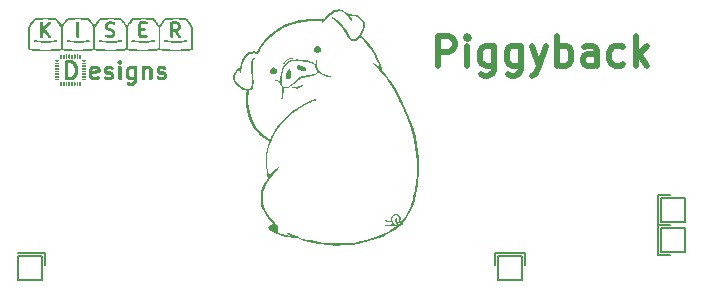
<source format=gbr>
%TF.GenerationSoftware,KiCad,Pcbnew,(6.0.10)*%
%TF.CreationDate,2023-03-18T11:22:51-05:00*%
%TF.ProjectId,Piggyback_2_0,50696767-7962-4616-936b-5f325f302e6b,rev?*%
%TF.SameCoordinates,Original*%
%TF.FileFunction,Legend,Top*%
%TF.FilePolarity,Positive*%
%FSLAX46Y46*%
G04 Gerber Fmt 4.6, Leading zero omitted, Abs format (unit mm)*
G04 Created by KiCad (PCBNEW (6.0.10)) date 2023-03-18 11:22:51*
%MOMM*%
%LPD*%
G01*
G04 APERTURE LIST*
%ADD10C,0.150000*%
%ADD11C,0.200000*%
%ADD12C,0.500000*%
G04 APERTURE END LIST*
D10*
X83343750Y-95789750D02*
X83343750Y-94773750D01*
D11*
X121697750Y-97059750D02*
X123729750Y-97059750D01*
X123729750Y-97059750D02*
X123729750Y-95027750D01*
X123729750Y-95027750D02*
X121697750Y-95027750D01*
X121697750Y-95027750D02*
X121697750Y-97059750D01*
X135509000Y-94678500D02*
X137541000Y-94678500D01*
X137541000Y-94678500D02*
X137541000Y-92646500D01*
X137541000Y-92646500D02*
X135509000Y-92646500D01*
X135509000Y-92646500D02*
X135509000Y-94678500D01*
X81057750Y-97059750D02*
X83089750Y-97059750D01*
X83089750Y-97059750D02*
X83089750Y-95027750D01*
X83089750Y-95027750D02*
X81057750Y-95027750D01*
X81057750Y-95027750D02*
X81057750Y-97059750D01*
D10*
X123983750Y-94773750D02*
X123983750Y-95789750D01*
X135255000Y-89852500D02*
X135255000Y-92392500D01*
X121443750Y-94773750D02*
X123983750Y-94773750D01*
D11*
X135509000Y-92138500D02*
X137541000Y-92138500D01*
X137541000Y-92138500D02*
X137541000Y-90106500D01*
X137541000Y-90106500D02*
X135509000Y-90106500D01*
X135509000Y-90106500D02*
X135509000Y-92138500D01*
D10*
X136271000Y-92392500D02*
X135255000Y-92392500D01*
X135255000Y-94932500D02*
X136271000Y-94932500D01*
X83343750Y-94773750D02*
X81057750Y-94773750D01*
X136271000Y-89852500D02*
X135255000Y-89852500D01*
X135255000Y-92392500D02*
X135255000Y-94932500D01*
X121443750Y-95789750D02*
X121443750Y-94773750D01*
D12*
X116602976Y-78918452D02*
X116602976Y-76418452D01*
X117555357Y-76418452D01*
X117793452Y-76537500D01*
X117912500Y-76656547D01*
X118031547Y-76894642D01*
X118031547Y-77251785D01*
X117912500Y-77489880D01*
X117793452Y-77608928D01*
X117555357Y-77727976D01*
X116602976Y-77727976D01*
X119102976Y-78918452D02*
X119102976Y-77251785D01*
X119102976Y-76418452D02*
X118983928Y-76537500D01*
X119102976Y-76656547D01*
X119222023Y-76537500D01*
X119102976Y-76418452D01*
X119102976Y-76656547D01*
X121364880Y-77251785D02*
X121364880Y-79275595D01*
X121245833Y-79513690D01*
X121126785Y-79632738D01*
X120888690Y-79751785D01*
X120531547Y-79751785D01*
X120293452Y-79632738D01*
X121364880Y-78799404D02*
X121126785Y-78918452D01*
X120650595Y-78918452D01*
X120412500Y-78799404D01*
X120293452Y-78680357D01*
X120174404Y-78442261D01*
X120174404Y-77727976D01*
X120293452Y-77489880D01*
X120412500Y-77370833D01*
X120650595Y-77251785D01*
X121126785Y-77251785D01*
X121364880Y-77370833D01*
X123626785Y-77251785D02*
X123626785Y-79275595D01*
X123507738Y-79513690D01*
X123388690Y-79632738D01*
X123150595Y-79751785D01*
X122793452Y-79751785D01*
X122555357Y-79632738D01*
X123626785Y-78799404D02*
X123388690Y-78918452D01*
X122912500Y-78918452D01*
X122674404Y-78799404D01*
X122555357Y-78680357D01*
X122436309Y-78442261D01*
X122436309Y-77727976D01*
X122555357Y-77489880D01*
X122674404Y-77370833D01*
X122912500Y-77251785D01*
X123388690Y-77251785D01*
X123626785Y-77370833D01*
X124579166Y-77251785D02*
X125174404Y-78918452D01*
X125769642Y-77251785D02*
X125174404Y-78918452D01*
X124936309Y-79513690D01*
X124817261Y-79632738D01*
X124579166Y-79751785D01*
X126722023Y-78918452D02*
X126722023Y-76418452D01*
X126722023Y-77370833D02*
X126960119Y-77251785D01*
X127436309Y-77251785D01*
X127674404Y-77370833D01*
X127793452Y-77489880D01*
X127912500Y-77727976D01*
X127912500Y-78442261D01*
X127793452Y-78680357D01*
X127674404Y-78799404D01*
X127436309Y-78918452D01*
X126960119Y-78918452D01*
X126722023Y-78799404D01*
X130055357Y-78918452D02*
X130055357Y-77608928D01*
X129936309Y-77370833D01*
X129698214Y-77251785D01*
X129222023Y-77251785D01*
X128983928Y-77370833D01*
X130055357Y-78799404D02*
X129817261Y-78918452D01*
X129222023Y-78918452D01*
X128983928Y-78799404D01*
X128864880Y-78561309D01*
X128864880Y-78323214D01*
X128983928Y-78085119D01*
X129222023Y-77966071D01*
X129817261Y-77966071D01*
X130055357Y-77847023D01*
X132317261Y-78799404D02*
X132079166Y-78918452D01*
X131602976Y-78918452D01*
X131364880Y-78799404D01*
X131245833Y-78680357D01*
X131126785Y-78442261D01*
X131126785Y-77727976D01*
X131245833Y-77489880D01*
X131364880Y-77370833D01*
X131602976Y-77251785D01*
X132079166Y-77251785D01*
X132317261Y-77370833D01*
X133388690Y-78918452D02*
X133388690Y-76418452D01*
X133626785Y-77966071D02*
X134341071Y-78918452D01*
X134341071Y-77251785D02*
X133388690Y-78204166D01*
%TO.C,G\u002A\u002A\u002A*%
G36*
X86713431Y-79109902D02*
G01*
X86749510Y-79110414D01*
X86775277Y-79111569D01*
X86793152Y-79113613D01*
X86805557Y-79116791D01*
X86814913Y-79121351D01*
X86821234Y-79125712D01*
X86842826Y-79149696D01*
X86851224Y-79177185D01*
X86846780Y-79204889D01*
X86829843Y-79229517D01*
X86808583Y-79244276D01*
X86795414Y-79249567D01*
X86778758Y-79253286D01*
X86755911Y-79255682D01*
X86724165Y-79257003D01*
X86680817Y-79257500D01*
X86664618Y-79257525D01*
X86617128Y-79257234D01*
X86582078Y-79256194D01*
X86556765Y-79254158D01*
X86538481Y-79250875D01*
X86524521Y-79246097D01*
X86520653Y-79244276D01*
X86494364Y-79224244D01*
X86480298Y-79198609D01*
X86478804Y-79170661D01*
X86490235Y-79143693D01*
X86508002Y-79125712D01*
X86516660Y-79119984D01*
X86526593Y-79115817D01*
X86540223Y-79112966D01*
X86559969Y-79111184D01*
X86588253Y-79110225D01*
X86627496Y-79109842D01*
X86664618Y-79109786D01*
X86713431Y-79109902D01*
G37*
G36*
X84418056Y-80030537D02*
G01*
X84455405Y-80030930D01*
X84482189Y-80031876D01*
X84500704Y-80033615D01*
X84513246Y-80036387D01*
X84522111Y-80040431D01*
X84529592Y-80045986D01*
X84531367Y-80047509D01*
X84547833Y-80069589D01*
X84555344Y-80091935D01*
X84556396Y-80111718D01*
X84550315Y-80127864D01*
X84536784Y-80144978D01*
X84513867Y-80170645D01*
X84382515Y-80172495D01*
X84329666Y-80172897D01*
X84289822Y-80172331D01*
X84260861Y-80170677D01*
X84240655Y-80167812D01*
X84227133Y-80163639D01*
X84202846Y-80147238D01*
X84189965Y-80123377D01*
X84186754Y-80095023D01*
X84192833Y-80066163D01*
X84205354Y-80049059D01*
X84212214Y-80042600D01*
X84219515Y-80037841D01*
X84229529Y-80034523D01*
X84244525Y-80032387D01*
X84266774Y-80031172D01*
X84298549Y-80030619D01*
X84342119Y-80030467D01*
X84367849Y-80030460D01*
X84418056Y-80030537D01*
G37*
G36*
X86714647Y-78882566D02*
G01*
X86751971Y-78883032D01*
X86778672Y-78884072D01*
X86797016Y-78885901D01*
X86809266Y-78888735D01*
X86817690Y-78892789D01*
X86823821Y-78897614D01*
X86844438Y-78924039D01*
X86850266Y-78953247D01*
X86846127Y-78974458D01*
X86840107Y-78990289D01*
X86832531Y-79002219D01*
X86821340Y-79010791D01*
X86804474Y-79016550D01*
X86779874Y-79020042D01*
X86745480Y-79021810D01*
X86699233Y-79022399D01*
X86664826Y-79022413D01*
X86616165Y-79021922D01*
X86574126Y-79020693D01*
X86540979Y-79018846D01*
X86518996Y-79016496D01*
X86511172Y-79014459D01*
X86493673Y-78996989D01*
X86481598Y-78971687D01*
X86478031Y-78945692D01*
X86478880Y-78939689D01*
X86487796Y-78919418D01*
X86502690Y-78900473D01*
X86502704Y-78900460D01*
X86509891Y-78894177D01*
X86517657Y-78889557D01*
X86528297Y-78886345D01*
X86544109Y-78884286D01*
X86567388Y-78883122D01*
X86600432Y-78882600D01*
X86645537Y-78882463D01*
X86664433Y-78882459D01*
X86714647Y-78882566D01*
G37*
G36*
X86360037Y-80271575D02*
G01*
X86369676Y-80279937D01*
X86391826Y-80302087D01*
X86391826Y-80584788D01*
X86369676Y-80606938D01*
X86342219Y-80625567D01*
X86313151Y-80629484D01*
X86284463Y-80618699D01*
X86269541Y-80606477D01*
X86246931Y-80583867D01*
X86251641Y-80294331D01*
X86272902Y-80276059D01*
X86301527Y-80260073D01*
X86331453Y-80258613D01*
X86360037Y-80271575D01*
G37*
G36*
X86713159Y-79568339D02*
G01*
X86748963Y-79568839D01*
X86774447Y-79569981D01*
X86792030Y-79572016D01*
X86804128Y-79575197D01*
X86813159Y-79579776D01*
X86819502Y-79584379D01*
X86842273Y-79609575D01*
X86850320Y-79638037D01*
X86846076Y-79664171D01*
X86839452Y-79680042D01*
X86830109Y-79692017D01*
X86816024Y-79700623D01*
X86795176Y-79706388D01*
X86765542Y-79709840D01*
X86725099Y-79711505D01*
X86671824Y-79711912D01*
X86663100Y-79711899D01*
X86610679Y-79711440D01*
X86571376Y-79710240D01*
X86543164Y-79708146D01*
X86524015Y-79705009D01*
X86511904Y-79700676D01*
X86511786Y-79700612D01*
X86492609Y-79682509D01*
X86481052Y-79656557D01*
X86479455Y-79629113D01*
X86481963Y-79619569D01*
X86493137Y-79601340D01*
X86509734Y-79584379D01*
X86518051Y-79578561D01*
X86527586Y-79574333D01*
X86540756Y-79571444D01*
X86559978Y-79569642D01*
X86587670Y-79568673D01*
X86626250Y-79568287D01*
X86664618Y-79568228D01*
X86713159Y-79568339D01*
G37*
G36*
X85644390Y-80259028D02*
G01*
X85672284Y-80272969D01*
X85680117Y-80279937D01*
X85702267Y-80302087D01*
X85702267Y-80584788D01*
X85680117Y-80606938D01*
X85653724Y-80624192D01*
X85623875Y-80629320D01*
X85595401Y-80621536D01*
X85594287Y-80620903D01*
X85581823Y-80611491D01*
X85572522Y-80598372D01*
X85565956Y-80579427D01*
X85561694Y-80552537D01*
X85559306Y-80515583D01*
X85558363Y-80466445D01*
X85558293Y-80443437D01*
X85558628Y-80392608D01*
X85559749Y-80354680D01*
X85561829Y-80327409D01*
X85565041Y-80308554D01*
X85569559Y-80295873D01*
X85569738Y-80295523D01*
X85589767Y-80270778D01*
X85615768Y-80258455D01*
X85644390Y-80259028D01*
G37*
G36*
X91719688Y-78912575D02*
G01*
X91747113Y-78921465D01*
X91759881Y-78927215D01*
X91795898Y-78945449D01*
X91836776Y-78926734D01*
X91852112Y-78920026D01*
X91866155Y-78915201D01*
X91881651Y-78912005D01*
X91901344Y-78910183D01*
X91927981Y-78909479D01*
X91964306Y-78909638D01*
X92012479Y-78910394D01*
X92147303Y-78912769D01*
X92222921Y-78949212D01*
X92267384Y-78970958D01*
X92300907Y-78988939D01*
X92326276Y-79005810D01*
X92346277Y-79024225D01*
X92363698Y-79046840D01*
X92381326Y-79076309D01*
X92401948Y-79115286D01*
X92406461Y-79124037D01*
X92457667Y-79223449D01*
X92457667Y-79640215D01*
X92457686Y-79732867D01*
X92457654Y-79811616D01*
X92457436Y-79877717D01*
X92456896Y-79932422D01*
X92455900Y-79976985D01*
X92454313Y-80012658D01*
X92451999Y-80040695D01*
X92448825Y-80062348D01*
X92444653Y-80078871D01*
X92439351Y-80091517D01*
X92432782Y-80101539D01*
X92424812Y-80110190D01*
X92415305Y-80118723D01*
X92405173Y-80127470D01*
X92369182Y-80149784D01*
X92329002Y-80159406D01*
X92287690Y-80156953D01*
X92248300Y-80143043D01*
X92213889Y-80118296D01*
X92187567Y-80083431D01*
X92184373Y-80076707D01*
X92181702Y-80068590D01*
X92179506Y-80057752D01*
X92177740Y-80042868D01*
X92176357Y-80022609D01*
X92175310Y-79995651D01*
X92174554Y-79960665D01*
X92174043Y-79916325D01*
X92173729Y-79861305D01*
X92173568Y-79794276D01*
X92173512Y-79713914D01*
X92173508Y-79680318D01*
X92173498Y-79595089D01*
X92173428Y-79523657D01*
X92173243Y-79464666D01*
X92172887Y-79416760D01*
X92172304Y-79378580D01*
X92171437Y-79348771D01*
X92170231Y-79325975D01*
X92168628Y-79308835D01*
X92166574Y-79295994D01*
X92164012Y-79286094D01*
X92160885Y-79277780D01*
X92157138Y-79269694D01*
X92156459Y-79268293D01*
X92136441Y-79237876D01*
X92109310Y-79216566D01*
X92073081Y-79203455D01*
X92025769Y-79197631D01*
X92001371Y-79197141D01*
X91967287Y-79197796D01*
X91942835Y-79200309D01*
X91922504Y-79205890D01*
X91900782Y-79215752D01*
X91889350Y-79221768D01*
X91843884Y-79246182D01*
X91840095Y-79651582D01*
X91836307Y-80056981D01*
X91818853Y-80087422D01*
X91791784Y-80122653D01*
X91757496Y-80145226D01*
X91714320Y-80156132D01*
X91700906Y-80157204D01*
X91663492Y-80156457D01*
X91636559Y-80149491D01*
X91631712Y-80147086D01*
X91601480Y-80127573D01*
X91580909Y-80105724D01*
X91566399Y-80079714D01*
X91563658Y-80073036D01*
X91561300Y-80065069D01*
X91559297Y-80054687D01*
X91557619Y-80040764D01*
X91556236Y-80022175D01*
X91555120Y-79997795D01*
X91554242Y-79966498D01*
X91553572Y-79927159D01*
X91553082Y-79878652D01*
X91552741Y-79819852D01*
X91552521Y-79749633D01*
X91552393Y-79666870D01*
X91552327Y-79570438D01*
X91552314Y-79536517D01*
X91552395Y-79417721D01*
X91552720Y-79313994D01*
X91553290Y-79225254D01*
X91554106Y-79151418D01*
X91555171Y-79092402D01*
X91556484Y-79048123D01*
X91558048Y-79018498D01*
X91559863Y-79003444D01*
X91560208Y-79002299D01*
X91579946Y-78969368D01*
X91610403Y-78940988D01*
X91647224Y-78920130D01*
X91686057Y-78909764D01*
X91696732Y-78909147D01*
X91719688Y-78912575D01*
G37*
G36*
X84753574Y-80271560D02*
G01*
X84763232Y-80279937D01*
X84785382Y-80302087D01*
X84785382Y-80584788D01*
X84763232Y-80606938D01*
X84735807Y-80625171D01*
X84706073Y-80629022D01*
X84676671Y-80618384D01*
X84666458Y-80610800D01*
X84645197Y-80592512D01*
X84645197Y-80294363D01*
X84666458Y-80276075D01*
X84695073Y-80260078D01*
X84724992Y-80258608D01*
X84753574Y-80271560D01*
G37*
G36*
X89744395Y-78918376D02*
G01*
X89781156Y-78935742D01*
X89811201Y-78966076D01*
X89822636Y-78983521D01*
X89843407Y-79018855D01*
X89843407Y-79534129D01*
X89843397Y-79635041D01*
X89843347Y-79721921D01*
X89843224Y-79795894D01*
X89842996Y-79858083D01*
X89842630Y-79909612D01*
X89842095Y-79951606D01*
X89841357Y-79985188D01*
X89840384Y-80011482D01*
X89839145Y-80031611D01*
X89837606Y-80046701D01*
X89835736Y-80057874D01*
X89833502Y-80066254D01*
X89830871Y-80072965D01*
X89827812Y-80079132D01*
X89827718Y-80079310D01*
X89811359Y-80103456D01*
X89789965Y-80126710D01*
X89783866Y-80132012D01*
X89763999Y-80145782D01*
X89743556Y-80153326D01*
X89715968Y-80156852D01*
X89708623Y-80157290D01*
X89670441Y-80156655D01*
X89642221Y-80149674D01*
X89636838Y-80147174D01*
X89600165Y-80120267D01*
X89573441Y-80083089D01*
X89559615Y-80043595D01*
X89557682Y-80027662D01*
X89556079Y-79999805D01*
X89554801Y-79959588D01*
X89553844Y-79906575D01*
X89553201Y-79840329D01*
X89552869Y-79760412D01*
X89552840Y-79666389D01*
X89553112Y-79557824D01*
X89553300Y-79510815D01*
X89555459Y-79018855D01*
X89572659Y-78986659D01*
X89600078Y-78949810D01*
X89636035Y-78925397D01*
X89679900Y-78913790D01*
X89698880Y-78912813D01*
X89744395Y-78918376D01*
G37*
G36*
X82510105Y-76763268D02*
G01*
X82540630Y-76765401D01*
X82580356Y-76768778D01*
X82630754Y-76773485D01*
X82693297Y-76779608D01*
X82768580Y-76787144D01*
X82842111Y-76794522D01*
X82904112Y-76800599D01*
X82957180Y-76805502D01*
X83003912Y-76809356D01*
X83046905Y-76812287D01*
X83088756Y-76814422D01*
X83132061Y-76815888D01*
X83179418Y-76816809D01*
X83233423Y-76817313D01*
X83296673Y-76817525D01*
X83371766Y-76817571D01*
X83394898Y-76817572D01*
X83473729Y-76817549D01*
X83540000Y-76817394D01*
X83596306Y-76816983D01*
X83645243Y-76816189D01*
X83689406Y-76814886D01*
X83731390Y-76812948D01*
X83773791Y-76810250D01*
X83819204Y-76806665D01*
X83870223Y-76802068D01*
X83929445Y-76796333D01*
X83999464Y-76789333D01*
X84020465Y-76787220D01*
X84106993Y-76778694D01*
X84179048Y-76772009D01*
X84237193Y-76767122D01*
X84281994Y-76763993D01*
X84314015Y-76762581D01*
X84333821Y-76762846D01*
X84340726Y-76764009D01*
X84364728Y-76780164D01*
X84378898Y-76804061D01*
X84383063Y-76831764D01*
X84377053Y-76859337D01*
X84360696Y-76882848D01*
X84346344Y-76893101D01*
X84335949Y-76895470D01*
X84312161Y-76899088D01*
X84276673Y-76903751D01*
X84231176Y-76909258D01*
X84177364Y-76915405D01*
X84116929Y-76921990D01*
X84051564Y-76928810D01*
X84029496Y-76931047D01*
X83726564Y-76961546D01*
X83378870Y-76960651D01*
X83297031Y-76960420D01*
X83228018Y-76960113D01*
X83169502Y-76959619D01*
X83119155Y-76958825D01*
X83074647Y-76957621D01*
X83033651Y-76955895D01*
X82993836Y-76953536D01*
X82952874Y-76950434D01*
X82908437Y-76946476D01*
X82858195Y-76941551D01*
X82799819Y-76935548D01*
X82754594Y-76930826D01*
X82691006Y-76924201D01*
X82631821Y-76918083D01*
X82578816Y-76912652D01*
X82533770Y-76908090D01*
X82498461Y-76904576D01*
X82474668Y-76902289D01*
X82464169Y-76901411D01*
X82450252Y-76895999D01*
X82432805Y-76883143D01*
X82428176Y-76878776D01*
X82410040Y-76851728D01*
X82405473Y-76822959D01*
X82413999Y-76795793D01*
X82435143Y-76773553D01*
X82443990Y-76768279D01*
X82450584Y-76765472D01*
X82459020Y-76763482D01*
X82470772Y-76762394D01*
X82487309Y-76762294D01*
X82510105Y-76763268D01*
G37*
G36*
X85429979Y-77969571D02*
G01*
X85444891Y-77977182D01*
X85456134Y-77987380D01*
X85464210Y-78002234D01*
X85469625Y-78023810D01*
X85472883Y-78054176D01*
X85474486Y-78095399D01*
X85474939Y-78149547D01*
X85474940Y-78154055D01*
X85474880Y-78201790D01*
X85474491Y-78236836D01*
X85473463Y-78261661D01*
X85471485Y-78278731D01*
X85468247Y-78290512D01*
X85463438Y-78299472D01*
X85456746Y-78308076D01*
X85455323Y-78309771D01*
X85439174Y-78325406D01*
X85421455Y-78332011D01*
X85402953Y-78333085D01*
X85379197Y-78330955D01*
X85362633Y-78322298D01*
X85350584Y-78309771D01*
X85343690Y-78301215D01*
X85338637Y-78292759D01*
X85335138Y-78282027D01*
X85332907Y-78266641D01*
X85331659Y-78244225D01*
X85331109Y-78212401D01*
X85330971Y-78168792D01*
X85330966Y-78146509D01*
X85331026Y-78097234D01*
X85331384Y-78060806D01*
X85332306Y-78034917D01*
X85334059Y-78017257D01*
X85336910Y-78005520D01*
X85341126Y-77997396D01*
X85346974Y-77990577D01*
X85349258Y-77988270D01*
X85377484Y-77968872D01*
X85408051Y-77964100D01*
X85429979Y-77969571D01*
G37*
G36*
X89149692Y-75207484D02*
G01*
X89188979Y-75220971D01*
X89224624Y-75234397D01*
X89253359Y-75246445D01*
X89271915Y-75255800D01*
X89275169Y-75258010D01*
X89299910Y-75286208D01*
X89313038Y-75320261D01*
X89314901Y-75356715D01*
X89305845Y-75392113D01*
X89286215Y-75423001D01*
X89256359Y-75445924D01*
X89256345Y-75445931D01*
X89235654Y-75455030D01*
X89215829Y-75459492D01*
X89193580Y-75459070D01*
X89165613Y-75453522D01*
X89128636Y-75442602D01*
X89104594Y-75434666D01*
X89074256Y-75424642D01*
X89049909Y-75417526D01*
X89027821Y-75412821D01*
X89004262Y-75410028D01*
X88975500Y-75408650D01*
X88937803Y-75408189D01*
X88905837Y-75408145D01*
X88859894Y-75408298D01*
X88826172Y-75408985D01*
X88801739Y-75410547D01*
X88783661Y-75413326D01*
X88769007Y-75417662D01*
X88754843Y-75423897D01*
X88750091Y-75426270D01*
X88726981Y-75439454D01*
X88708175Y-75452720D01*
X88701972Y-75458474D01*
X88682396Y-75487224D01*
X88666934Y-75521818D01*
X88658380Y-75555425D01*
X88657518Y-75567224D01*
X88662069Y-75596148D01*
X88673849Y-75629186D01*
X88690047Y-75659930D01*
X88707847Y-75681968D01*
X88735196Y-75700492D01*
X88775244Y-75718832D01*
X88828760Y-75737283D01*
X88896510Y-75756139D01*
X88909947Y-75759517D01*
X89001293Y-75785970D01*
X89079772Y-75816752D01*
X89144759Y-75851577D01*
X89195631Y-75890158D01*
X89196702Y-75891154D01*
X89219364Y-75915597D01*
X89241223Y-75946591D01*
X89264462Y-75987397D01*
X89275390Y-76008708D01*
X89316766Y-76091362D01*
X89316766Y-76172753D01*
X89316567Y-76209084D01*
X89315209Y-76235293D01*
X89311554Y-76256411D01*
X89304463Y-76277472D01*
X89292796Y-76303507D01*
X89282171Y-76325580D01*
X89248915Y-76385563D01*
X89211703Y-76434011D01*
X89167224Y-76474281D01*
X89112167Y-76509729D01*
X89087682Y-76522683D01*
X89013939Y-76559935D01*
X88841411Y-76559458D01*
X88668884Y-76558981D01*
X88574474Y-76526175D01*
X88530719Y-76510275D01*
X88499111Y-76496972D01*
X88477130Y-76485042D01*
X88462258Y-76473259D01*
X88459383Y-76470224D01*
X88436914Y-76435091D01*
X88427805Y-76397123D01*
X88431802Y-76359303D01*
X88448652Y-76324617D01*
X88473959Y-76299019D01*
X88500976Y-76285566D01*
X88535075Y-76281105D01*
X88577756Y-76285691D01*
X88630520Y-76299382D01*
X88649535Y-76305611D01*
X88681012Y-76316127D01*
X88706076Y-76323485D01*
X88728726Y-76328246D01*
X88752961Y-76330976D01*
X88782781Y-76332237D01*
X88822185Y-76332593D01*
X88841170Y-76332608D01*
X88886239Y-76332381D01*
X88919172Y-76331477D01*
X88942983Y-76329561D01*
X88960688Y-76326300D01*
X88975300Y-76321359D01*
X88985549Y-76316598D01*
X89022157Y-76294578D01*
X89048802Y-76268616D01*
X89070634Y-76233652D01*
X89071245Y-76232457D01*
X89084787Y-76198656D01*
X89087851Y-76167694D01*
X89080206Y-76135007D01*
X89064599Y-76101492D01*
X89048395Y-76074257D01*
X89031937Y-76055654D01*
X89009648Y-76040122D01*
X88994719Y-76031848D01*
X88966232Y-76019239D01*
X88926190Y-76005113D01*
X88877966Y-75990582D01*
X88835591Y-75979370D01*
X88752185Y-75956162D01*
X88682028Y-75930824D01*
X88623237Y-75902075D01*
X88573928Y-75868630D01*
X88532218Y-75829208D01*
X88496225Y-75782524D01*
X88464065Y-75727296D01*
X88463218Y-75725647D01*
X88426751Y-75654416D01*
X88426577Y-75567274D01*
X88426402Y-75480132D01*
X88465539Y-75404356D01*
X88496302Y-75350321D01*
X88528219Y-75307338D01*
X88564764Y-75272043D01*
X88609406Y-75241073D01*
X88664424Y-75211644D01*
X88743316Y-75173240D01*
X89044915Y-75173240D01*
X89149692Y-75207484D01*
G37*
G36*
X85047864Y-79793707D02*
G01*
X85047446Y-79715799D01*
X85047141Y-79625657D01*
X85046940Y-79522509D01*
X85046832Y-79405585D01*
X85046808Y-79303014D01*
X85046869Y-79197882D01*
X85047047Y-79096638D01*
X85047333Y-79000361D01*
X85047719Y-78910133D01*
X85048197Y-78827035D01*
X85048756Y-78752148D01*
X85049390Y-78686553D01*
X85050090Y-78631331D01*
X85050847Y-78587564D01*
X85051652Y-78556331D01*
X85052497Y-78538715D01*
X85052865Y-78535623D01*
X85065384Y-78505139D01*
X85087635Y-78475125D01*
X85115039Y-78451031D01*
X85131694Y-78441831D01*
X85143607Y-78438531D01*
X85162703Y-78435958D01*
X85190483Y-78434046D01*
X85228449Y-78432729D01*
X85278100Y-78431939D01*
X85340938Y-78431612D01*
X85363212Y-78431594D01*
X85570228Y-78431594D01*
X85679819Y-78468307D01*
X85720031Y-78482064D01*
X85756813Y-78495170D01*
X85786961Y-78506447D01*
X85807269Y-78514714D01*
X85812142Y-78517030D01*
X85825441Y-78526613D01*
X85846689Y-78544870D01*
X85873369Y-78569518D01*
X85902963Y-78598269D01*
X85915667Y-78611029D01*
X85948190Y-78644504D01*
X85972515Y-78671250D01*
X85991377Y-78695033D01*
X86007515Y-78719615D01*
X86023665Y-78748759D01*
X86041438Y-78783950D01*
X86058802Y-78820269D01*
X86073172Y-78853707D01*
X86085802Y-78887909D01*
X86097947Y-78926517D01*
X86110858Y-78973176D01*
X86123564Y-79022644D01*
X86136161Y-79073044D01*
X86145529Y-79112260D01*
X86152148Y-79143800D01*
X86156494Y-79171173D01*
X86159045Y-79197890D01*
X86160280Y-79227461D01*
X86160676Y-79263394D01*
X86160710Y-79295436D01*
X86160623Y-79338180D01*
X86160045Y-79372016D01*
X86158496Y-79400453D01*
X86155499Y-79427000D01*
X86150577Y-79455166D01*
X86143251Y-79488463D01*
X86133044Y-79530398D01*
X86123562Y-79568228D01*
X86109324Y-79623568D01*
X86097008Y-79667741D01*
X86085343Y-79704394D01*
X86073056Y-79737174D01*
X86058876Y-79769729D01*
X86041533Y-79805707D01*
X86039037Y-79810711D01*
X86019853Y-79848416D01*
X86003835Y-79877316D01*
X85988255Y-79901100D01*
X85970381Y-79923459D01*
X85947486Y-79948085D01*
X85916838Y-79978666D01*
X85909479Y-79985880D01*
X85878912Y-80015100D01*
X85850280Y-80041196D01*
X85826135Y-80061932D01*
X85809030Y-80075072D01*
X85804564Y-80077786D01*
X85789313Y-80084200D01*
X85762879Y-80094029D01*
X85728527Y-80106107D01*
X85689520Y-80119270D01*
X85674322Y-80124260D01*
X85566813Y-80159279D01*
X85359853Y-80159232D01*
X85296153Y-80159091D01*
X85245827Y-80158641D01*
X85207095Y-80157788D01*
X85178178Y-80156442D01*
X85157297Y-80154510D01*
X85142671Y-80151901D01*
X85132522Y-80148523D01*
X85130161Y-80147386D01*
X85094329Y-80122514D01*
X85067408Y-80091092D01*
X85056455Y-80068992D01*
X85054780Y-80061221D01*
X85053297Y-80047379D01*
X85051995Y-80026697D01*
X85050864Y-79998404D01*
X85049896Y-79961729D01*
X85049079Y-79915902D01*
X85048540Y-79871331D01*
X85338544Y-79871331D01*
X85427562Y-79871331D01*
X85469049Y-79870878D01*
X85500777Y-79868993D01*
X85528129Y-79864885D01*
X85556488Y-79857768D01*
X85588585Y-79847721D01*
X85623892Y-79835502D01*
X85649569Y-79824304D01*
X85670619Y-79811201D01*
X85692046Y-79793273D01*
X85708565Y-79777628D01*
X85739842Y-79744086D01*
X85766004Y-79708081D01*
X85788384Y-79666900D01*
X85808321Y-79617830D01*
X85827149Y-79558159D01*
X85839682Y-79511397D01*
X85851118Y-79465357D01*
X85859084Y-79429292D01*
X85864197Y-79398585D01*
X85867076Y-79368618D01*
X85868340Y-79334774D01*
X85868608Y-79295436D01*
X85868296Y-79253767D01*
X85866949Y-79220303D01*
X85863947Y-79190426D01*
X85858673Y-79159518D01*
X85850508Y-79122962D01*
X85839682Y-79079475D01*
X85820852Y-79011275D01*
X85801800Y-78955475D01*
X85781190Y-78909364D01*
X85757686Y-78870228D01*
X85729951Y-78835355D01*
X85708565Y-78813244D01*
X85684206Y-78790605D01*
X85663479Y-78774695D01*
X85641381Y-78762590D01*
X85612909Y-78751367D01*
X85588585Y-78743151D01*
X85554436Y-78732514D01*
X85526314Y-78725624D01*
X85498836Y-78721692D01*
X85466619Y-78719927D01*
X85427562Y-78719541D01*
X85338544Y-78719541D01*
X85338544Y-79871331D01*
X85048540Y-79871331D01*
X85048405Y-79860151D01*
X85047864Y-79793707D01*
G37*
G36*
X86354211Y-77973243D02*
G01*
X86373534Y-77988270D01*
X86379967Y-77995160D01*
X86384681Y-78002610D01*
X86387945Y-78012926D01*
X86390023Y-78028419D01*
X86391185Y-78051395D01*
X86391696Y-78084163D01*
X86391823Y-78129033D01*
X86391826Y-78146509D01*
X86391775Y-78195747D01*
X86391431Y-78232206D01*
X86390510Y-78258265D01*
X86388725Y-78276300D01*
X86385790Y-78288688D01*
X86381421Y-78297806D01*
X86375331Y-78306031D01*
X86372208Y-78309771D01*
X86356060Y-78325406D01*
X86338341Y-78332011D01*
X86319839Y-78333085D01*
X86296082Y-78330955D01*
X86279519Y-78322298D01*
X86267469Y-78309771D01*
X86260407Y-78300970D01*
X86255283Y-78292255D01*
X86251786Y-78281162D01*
X86249605Y-78265222D01*
X86248430Y-78241970D01*
X86247949Y-78208939D01*
X86247853Y-78163661D01*
X86247852Y-78154055D01*
X86248241Y-78098884D01*
X86249743Y-78056789D01*
X86252862Y-78025701D01*
X86258103Y-78003554D01*
X86265969Y-77988281D01*
X86276964Y-77977813D01*
X86291591Y-77970083D01*
X86292813Y-77969571D01*
X86324213Y-77963986D01*
X86354211Y-77973243D01*
G37*
G36*
X86713163Y-80030889D02*
G01*
X86755030Y-80032096D01*
X86787916Y-80033964D01*
X86809519Y-80036374D01*
X86816589Y-80038262D01*
X86834705Y-80055215D01*
X86847300Y-80080243D01*
X86851280Y-80106458D01*
X86850356Y-80113415D01*
X86841441Y-80133693D01*
X86826555Y-80152642D01*
X86826553Y-80152644D01*
X86819064Y-80159114D01*
X86810825Y-80163848D01*
X86799443Y-80167151D01*
X86782526Y-80169330D01*
X86757680Y-80170688D01*
X86722514Y-80171533D01*
X86674635Y-80172169D01*
X86673500Y-80172182D01*
X86629344Y-80172441D01*
X86590002Y-80172208D01*
X86558168Y-80171534D01*
X86536535Y-80170473D01*
X86528222Y-80169323D01*
X86505259Y-80154352D01*
X86486614Y-80131766D01*
X86478880Y-80113415D01*
X86479726Y-80088164D01*
X86490101Y-80062070D01*
X86506909Y-80042018D01*
X86512647Y-80038262D01*
X86525263Y-80035551D01*
X86550727Y-80033301D01*
X86586738Y-80031632D01*
X86630993Y-80030661D01*
X86664618Y-80030460D01*
X86713163Y-80030889D01*
G37*
G36*
X93481453Y-78959646D02*
G01*
X93519724Y-78980206D01*
X93553014Y-78999998D01*
X93578362Y-79017160D01*
X93592571Y-79029546D01*
X93615773Y-79067516D01*
X93626276Y-79108785D01*
X93624637Y-79150421D01*
X93611415Y-79189490D01*
X93587170Y-79223061D01*
X93552461Y-79248201D01*
X93550733Y-79249053D01*
X93518619Y-79261226D01*
X93487112Y-79265053D01*
X93452884Y-79260185D01*
X93412609Y-79246271D01*
X93379168Y-79231027D01*
X93346258Y-79215402D01*
X93321801Y-79205454D01*
X93300783Y-79199909D01*
X93278189Y-79197492D01*
X93249006Y-79196931D01*
X93244964Y-79196928D01*
X93190496Y-79200713D01*
X93148205Y-79212381D01*
X93117053Y-79232399D01*
X93096001Y-79261232D01*
X93094449Y-79264535D01*
X93086193Y-79284575D01*
X93084493Y-79298718D01*
X93089349Y-79314730D01*
X93094449Y-79326337D01*
X93109310Y-79350340D01*
X93131569Y-79368408D01*
X93144602Y-79375591D01*
X93160786Y-79383143D01*
X93176456Y-79388296D01*
X93194996Y-79391500D01*
X93219792Y-79393205D01*
X93254227Y-79393864D01*
X93282334Y-79393944D01*
X93383848Y-79393944D01*
X93473920Y-79438379D01*
X93509823Y-79456928D01*
X93542592Y-79475378D01*
X93568795Y-79491697D01*
X93584999Y-79503851D01*
X93585861Y-79504683D01*
X93597533Y-79519803D01*
X93613557Y-79545235D01*
X93631897Y-79577548D01*
X93650521Y-79613307D01*
X93652164Y-79616624D01*
X93696599Y-79706696D01*
X93696599Y-79846527D01*
X93652164Y-79936599D01*
X93633616Y-79972502D01*
X93615165Y-80005272D01*
X93598846Y-80031475D01*
X93586692Y-80047679D01*
X93585861Y-80048540D01*
X93570740Y-80060213D01*
X93545308Y-80076236D01*
X93512995Y-80094576D01*
X93477236Y-80113201D01*
X93473920Y-80114844D01*
X93383848Y-80159279D01*
X93030897Y-80159279D01*
X92940283Y-80113920D01*
X92893068Y-80088865D01*
X92856306Y-80066346D01*
X92831651Y-80047406D01*
X92826376Y-80042032D01*
X92802101Y-80004409D01*
X92791026Y-79964308D01*
X92792073Y-79924154D01*
X92804160Y-79886370D01*
X92826206Y-79853382D01*
X92857133Y-79827612D01*
X92895858Y-79811485D01*
X92931052Y-79807159D01*
X92955039Y-79808430D01*
X92978444Y-79813439D01*
X93005879Y-79823538D01*
X93039973Y-79839126D01*
X93107004Y-79871331D01*
X93212664Y-79871331D01*
X93266494Y-79870404D01*
X93307596Y-79867098D01*
X93338313Y-79860628D01*
X93360988Y-79850206D01*
X93377964Y-79835047D01*
X93391585Y-79814364D01*
X93393535Y-79810634D01*
X93408933Y-79780452D01*
X93390484Y-79744044D01*
X93379243Y-79724121D01*
X93366974Y-79709298D01*
X93351255Y-79698720D01*
X93329667Y-79691531D01*
X93299789Y-79686874D01*
X93259201Y-79683894D01*
X93215262Y-79682068D01*
X93101438Y-79678103D01*
X93029284Y-79643193D01*
X92984494Y-79621330D01*
X92950701Y-79603602D01*
X92925269Y-79587530D01*
X92905557Y-79570637D01*
X92888927Y-79550444D01*
X92872742Y-79524473D01*
X92854363Y-79490245D01*
X92842984Y-79468207D01*
X92791080Y-79367423D01*
X92791080Y-79220771D01*
X92839284Y-79125237D01*
X92866165Y-79074642D01*
X92888675Y-79038030D01*
X92906692Y-79015593D01*
X92911271Y-79011603D01*
X92927543Y-79001104D01*
X92953797Y-78986243D01*
X92986283Y-78969072D01*
X93018164Y-78953136D01*
X93101275Y-78912769D01*
X93389708Y-78912769D01*
X93481453Y-78959646D01*
G37*
G36*
X84420955Y-79568617D02*
G01*
X84463051Y-79570119D01*
X84494138Y-79573239D01*
X84516285Y-79578480D01*
X84531558Y-79586345D01*
X84542026Y-79597340D01*
X84549756Y-79611967D01*
X84550268Y-79613189D01*
X84555853Y-79644590D01*
X84546596Y-79674587D01*
X84531570Y-79693911D01*
X84524679Y-79700343D01*
X84517230Y-79705058D01*
X84506913Y-79708321D01*
X84491421Y-79710400D01*
X84468444Y-79711561D01*
X84435676Y-79712072D01*
X84390807Y-79712199D01*
X84373330Y-79712202D01*
X84324092Y-79712151D01*
X84287633Y-79711808D01*
X84261574Y-79710886D01*
X84243539Y-79709101D01*
X84231152Y-79706167D01*
X84222034Y-79701797D01*
X84213809Y-79695708D01*
X84210068Y-79692585D01*
X84194433Y-79676436D01*
X84187828Y-79658717D01*
X84186754Y-79640215D01*
X84188884Y-79616459D01*
X84197541Y-79599895D01*
X84210068Y-79587846D01*
X84218870Y-79580784D01*
X84227584Y-79575660D01*
X84238677Y-79572162D01*
X84254617Y-79569982D01*
X84277869Y-79568806D01*
X84310901Y-79568326D01*
X84356178Y-79568229D01*
X84365785Y-79568228D01*
X84420955Y-79568617D01*
G37*
G36*
X88918944Y-78912769D02*
G01*
X89011889Y-78960791D01*
X89057649Y-78985443D01*
X89091501Y-79006586D01*
X89115629Y-79026284D01*
X89132216Y-79046606D01*
X89143446Y-79069617D01*
X89150096Y-79091570D01*
X89153993Y-79136074D01*
X89143017Y-79178293D01*
X89117654Y-79217100D01*
X89086142Y-79245591D01*
X89051709Y-79261546D01*
X89012867Y-79265063D01*
X88968131Y-79256242D01*
X88916013Y-79235180D01*
X88907577Y-79231027D01*
X88875665Y-79215355D01*
X88852003Y-79205409D01*
X88831413Y-79199888D01*
X88808715Y-79197497D01*
X88778730Y-79196935D01*
X88771535Y-79196928D01*
X88720164Y-79199511D01*
X88680948Y-79207902D01*
X88651684Y-79223058D01*
X88630167Y-79245939D01*
X88620622Y-79262607D01*
X88604425Y-79295943D01*
X88619358Y-79325214D01*
X88642885Y-79355259D01*
X88669592Y-79374215D01*
X88684735Y-79382167D01*
X88698891Y-79387640D01*
X88715309Y-79391094D01*
X88737241Y-79392989D01*
X88767940Y-79393785D01*
X88808902Y-79393944D01*
X88912913Y-79393944D01*
X88995493Y-79434491D01*
X89030483Y-79452407D01*
X89062838Y-79470287D01*
X89088714Y-79485932D01*
X89103183Y-79496192D01*
X89118965Y-79514056D01*
X89138981Y-79543995D01*
X89161932Y-79583972D01*
X89175127Y-79609091D01*
X89221961Y-79700836D01*
X89221961Y-79852387D01*
X89175127Y-79944132D01*
X89151128Y-79988696D01*
X89129362Y-80024323D01*
X89111126Y-80048979D01*
X89103183Y-80057031D01*
X89086303Y-80068835D01*
X89059525Y-80084834D01*
X89026692Y-80102826D01*
X88995493Y-80118732D01*
X88912913Y-80159279D01*
X88560040Y-80159279D01*
X88460870Y-80109640D01*
X88419669Y-80088557D01*
X88389823Y-80071957D01*
X88368834Y-80058170D01*
X88354207Y-80045531D01*
X88343444Y-80032369D01*
X88341987Y-80030215D01*
X88323470Y-79989827D01*
X88318193Y-79947544D01*
X88325114Y-79906161D01*
X88343194Y-79868474D01*
X88371394Y-79837282D01*
X88408673Y-79815379D01*
X88423720Y-79810412D01*
X88451068Y-79805656D01*
X88478643Y-79807195D01*
X88509964Y-79815791D01*
X88548551Y-79832206D01*
X88567777Y-79841619D01*
X88626871Y-79871331D01*
X88732923Y-79871331D01*
X88788587Y-79870285D01*
X88831429Y-79866646D01*
X88863673Y-79859663D01*
X88887539Y-79848583D01*
X88905250Y-79832654D01*
X88919027Y-79811126D01*
X88920682Y-79807800D01*
X88935818Y-79776611D01*
X88920578Y-79745178D01*
X88907415Y-79723629D01*
X88890177Y-79707343D01*
X88866718Y-79695588D01*
X88834893Y-79687633D01*
X88792555Y-79682744D01*
X88737557Y-79680190D01*
X88729505Y-79679994D01*
X88623419Y-79677619D01*
X88543854Y-79637268D01*
X88500020Y-79614699D01*
X88467030Y-79596062D01*
X88442120Y-79578618D01*
X88422525Y-79559631D01*
X88405480Y-79536362D01*
X88388221Y-79506074D01*
X88367984Y-79466029D01*
X88365169Y-79460328D01*
X88346230Y-79421693D01*
X88332982Y-79393199D01*
X88324408Y-79371399D01*
X88319492Y-79352845D01*
X88317216Y-79334089D01*
X88316563Y-79311682D01*
X88316527Y-79295436D01*
X88316703Y-79269169D01*
X88317913Y-79248638D01*
X88321184Y-79230364D01*
X88327540Y-79210871D01*
X88338007Y-79186680D01*
X88353611Y-79154316D01*
X88364845Y-79131586D01*
X88383617Y-79095042D01*
X88401696Y-79062273D01*
X88417335Y-79036286D01*
X88428783Y-79020091D01*
X88431149Y-79017582D01*
X88444494Y-79008222D01*
X88468408Y-78994128D01*
X88499760Y-78977052D01*
X88535421Y-78958743D01*
X88543854Y-78954565D01*
X88638574Y-78907977D01*
X88918944Y-78912769D01*
G37*
G36*
X86719589Y-78651746D02*
G01*
X86761455Y-78653318D01*
X86792257Y-78656609D01*
X86814031Y-78662166D01*
X86828816Y-78670536D01*
X86838651Y-78682268D01*
X86845575Y-78697908D01*
X86846341Y-78700177D01*
X86849242Y-78729640D01*
X86840619Y-78757975D01*
X86822523Y-78780067D01*
X86811659Y-78786689D01*
X86796909Y-78789837D01*
X86770299Y-78792217D01*
X86735022Y-78793835D01*
X86694272Y-78794694D01*
X86651243Y-78794799D01*
X86609128Y-78794157D01*
X86571121Y-78792770D01*
X86540415Y-78790644D01*
X86520205Y-78787784D01*
X86515359Y-78786246D01*
X86500977Y-78774105D01*
X86487775Y-78755024D01*
X86486451Y-78752371D01*
X86478728Y-78730615D01*
X86479808Y-78710808D01*
X86482895Y-78700177D01*
X86489597Y-78684006D01*
X86498955Y-78671814D01*
X86513006Y-78663051D01*
X86533791Y-78657171D01*
X86563346Y-78653626D01*
X86603711Y-78651868D01*
X86656923Y-78651348D01*
X86664618Y-78651343D01*
X86719589Y-78651746D01*
G37*
G36*
X84418056Y-78424094D02*
G01*
X84455405Y-78424486D01*
X84482189Y-78425432D01*
X84500704Y-78427171D01*
X84513246Y-78429943D01*
X84522111Y-78433987D01*
X84529592Y-78439542D01*
X84531367Y-78441066D01*
X84547833Y-78463145D01*
X84555344Y-78485491D01*
X84556396Y-78505274D01*
X84550315Y-78521420D01*
X84536783Y-78538534D01*
X84513866Y-78564201D01*
X84378726Y-78565858D01*
X84333931Y-78566026D01*
X84293526Y-78565464D01*
X84260312Y-78564267D01*
X84237090Y-78562530D01*
X84227347Y-78560719D01*
X84204761Y-78543847D01*
X84190888Y-78518597D01*
X84186581Y-78489549D01*
X84192693Y-78461285D01*
X84205354Y-78442615D01*
X84212214Y-78436156D01*
X84219515Y-78431397D01*
X84229529Y-78428079D01*
X84244525Y-78425943D01*
X84266774Y-78424728D01*
X84298549Y-78424175D01*
X84342119Y-78424023D01*
X84367849Y-78424016D01*
X84418056Y-78424094D01*
G37*
G36*
X85243208Y-76761945D02*
G01*
X85278656Y-76764470D01*
X85324108Y-76768159D01*
X85377874Y-76772874D01*
X85438266Y-76778475D01*
X85503594Y-76784822D01*
X85525987Y-76787061D01*
X85600179Y-76794504D01*
X85662675Y-76800626D01*
X85716114Y-76805556D01*
X85763130Y-76809423D01*
X85806362Y-76812357D01*
X85848445Y-76814485D01*
X85892016Y-76815938D01*
X85939713Y-76816844D01*
X85994171Y-76817332D01*
X86058028Y-76817532D01*
X86133920Y-76817572D01*
X86149344Y-76817572D01*
X86227762Y-76817547D01*
X86293659Y-76817385D01*
X86349666Y-76816957D01*
X86398418Y-76816136D01*
X86442548Y-76814793D01*
X86484689Y-76812799D01*
X86527474Y-76810026D01*
X86573536Y-76806345D01*
X86625508Y-76801627D01*
X86686024Y-76795745D01*
X86757717Y-76788569D01*
X86771121Y-76787220D01*
X86860038Y-76778492D01*
X86934774Y-76771638D01*
X86995168Y-76766668D01*
X87041054Y-76763596D01*
X87072272Y-76762434D01*
X87088657Y-76763192D01*
X87090252Y-76763618D01*
X87117084Y-76781076D01*
X87132632Y-76807210D01*
X87135823Y-76839492D01*
X87131443Y-76860502D01*
X87127983Y-76869458D01*
X87122864Y-76877088D01*
X87114727Y-76883670D01*
X87102218Y-76889483D01*
X87083978Y-76894804D01*
X87058650Y-76899913D01*
X87024877Y-76905087D01*
X86981303Y-76910605D01*
X86926571Y-76916745D01*
X86859322Y-76923786D01*
X86787380Y-76931082D01*
X86484798Y-76961546D01*
X86133315Y-76960660D01*
X86050928Y-76960432D01*
X85981378Y-76960127D01*
X85922345Y-76959635D01*
X85871511Y-76958849D01*
X85826557Y-76957659D01*
X85785163Y-76955957D01*
X85745011Y-76953632D01*
X85703783Y-76950577D01*
X85659158Y-76946683D01*
X85608820Y-76941840D01*
X85550448Y-76935940D01*
X85502884Y-76931053D01*
X85438758Y-76924377D01*
X85378818Y-76917997D01*
X85324875Y-76912116D01*
X85278740Y-76906938D01*
X85242224Y-76902666D01*
X85217139Y-76899503D01*
X85205295Y-76897652D01*
X85205230Y-76897636D01*
X85187563Y-76886893D01*
X85171033Y-76866954D01*
X85159587Y-76843516D01*
X85156711Y-76827625D01*
X85162224Y-76809673D01*
X85175886Y-76788799D01*
X85193308Y-76770595D01*
X85209083Y-76760944D01*
X85219454Y-76760723D01*
X85243208Y-76761945D01*
G37*
G36*
X83768863Y-75186730D02*
G01*
X83799609Y-75206863D01*
X83822436Y-75235776D01*
X83835168Y-75271367D01*
X83835629Y-75311532D01*
X83834362Y-75318516D01*
X83830882Y-75327130D01*
X83822850Y-75339415D01*
X83809416Y-75356298D01*
X83789731Y-75378705D01*
X83762945Y-75407563D01*
X83728208Y-75443799D01*
X83684672Y-75488340D01*
X83631486Y-75542113D01*
X83605098Y-75568646D01*
X83381123Y-75793556D01*
X83455700Y-75894481D01*
X83479340Y-75926419D01*
X83510178Y-75967994D01*
X83546347Y-76016698D01*
X83585983Y-76070022D01*
X83627222Y-76125455D01*
X83668199Y-76180489D01*
X83681589Y-76198461D01*
X83722966Y-76254114D01*
X83756122Y-76299114D01*
X83781986Y-76334895D01*
X83801482Y-76362888D01*
X83815537Y-76384527D01*
X83825078Y-76401243D01*
X83831030Y-76414469D01*
X83834321Y-76425637D01*
X83835876Y-76436180D01*
X83835963Y-76437155D01*
X83832744Y-76476384D01*
X83817685Y-76510050D01*
X83793367Y-76536513D01*
X83762374Y-76554133D01*
X83727288Y-76561273D01*
X83690694Y-76556293D01*
X83666017Y-76544997D01*
X83655464Y-76535190D01*
X83636650Y-76513862D01*
X83610181Y-76481781D01*
X83576668Y-76439713D01*
X83536719Y-76388425D01*
X83490943Y-76328682D01*
X83439950Y-76261253D01*
X83428085Y-76245455D01*
X83214560Y-75960794D01*
X83196749Y-75977527D01*
X83178938Y-75994259D01*
X83178771Y-76229737D01*
X83178585Y-76302639D01*
X83177952Y-76362008D01*
X83176589Y-76409465D01*
X83174212Y-76446632D01*
X83170539Y-76475130D01*
X83165288Y-76496580D01*
X83158174Y-76512604D01*
X83148916Y-76524822D01*
X83137230Y-76534856D01*
X83124001Y-76543609D01*
X83093372Y-76555518D01*
X83057143Y-76559610D01*
X83023068Y-76555237D01*
X83015606Y-76552669D01*
X82989322Y-76534820D01*
X82967119Y-76506445D01*
X82952095Y-76472139D01*
X82948010Y-76452371D01*
X82947269Y-76438407D01*
X82946622Y-76410562D01*
X82946077Y-76370111D01*
X82945636Y-76318328D01*
X82945307Y-76256488D01*
X82945093Y-76185866D01*
X82945000Y-76107735D01*
X82945034Y-76023371D01*
X82945198Y-75934047D01*
X82945499Y-75841038D01*
X82945518Y-75836277D01*
X82945956Y-75729160D01*
X82946374Y-75636148D01*
X82946804Y-75556189D01*
X82947275Y-75488233D01*
X82947818Y-75431228D01*
X82948465Y-75384126D01*
X82949245Y-75345874D01*
X82950191Y-75315422D01*
X82951332Y-75291719D01*
X82952699Y-75273714D01*
X82954323Y-75260358D01*
X82956235Y-75250598D01*
X82958465Y-75243385D01*
X82961045Y-75237667D01*
X82963151Y-75233861D01*
X82988552Y-75203762D01*
X83021535Y-75184770D01*
X83058703Y-75177544D01*
X83096660Y-75182743D01*
X83132010Y-75201023D01*
X83132128Y-75201113D01*
X83145349Y-75211921D01*
X83155820Y-75223142D01*
X83163861Y-75236609D01*
X83169791Y-75254156D01*
X83173928Y-75277617D01*
X83176593Y-75308825D01*
X83178103Y-75349613D01*
X83178778Y-75401816D01*
X83178938Y-75467266D01*
X83178938Y-75669037D01*
X83419526Y-75429412D01*
X83477842Y-75371439D01*
X83526545Y-75323321D01*
X83566661Y-75284123D01*
X83599219Y-75252910D01*
X83625247Y-75228747D01*
X83645772Y-75210698D01*
X83661822Y-75197828D01*
X83674426Y-75189203D01*
X83684610Y-75183887D01*
X83692318Y-75181221D01*
X83732374Y-75177482D01*
X83768863Y-75186730D01*
G37*
G36*
X86720354Y-78424255D02*
G01*
X86761403Y-78425340D01*
X86791438Y-78427826D01*
X86812530Y-78432268D01*
X86826748Y-78439220D01*
X86836162Y-78449235D01*
X86842840Y-78462869D01*
X86846127Y-78472202D01*
X86849929Y-78503703D01*
X86839101Y-78531882D01*
X86823842Y-78549046D01*
X86816578Y-78554550D01*
X86807229Y-78558593D01*
X86793443Y-78561436D01*
X86772864Y-78563339D01*
X86743141Y-78564565D01*
X86701918Y-78565374D01*
X86673316Y-78565738D01*
X86629190Y-78565997D01*
X86589879Y-78565763D01*
X86558079Y-78565088D01*
X86536484Y-78564025D01*
X86528222Y-78562879D01*
X86505259Y-78547908D01*
X86486614Y-78525322D01*
X86478880Y-78506971D01*
X86479726Y-78481720D01*
X86490101Y-78455626D01*
X86506909Y-78435574D01*
X86512647Y-78431818D01*
X86525257Y-78429114D01*
X86550754Y-78426870D01*
X86586871Y-78425203D01*
X86631345Y-78424227D01*
X86666223Y-78424016D01*
X86720354Y-78424255D01*
G37*
G36*
X86714483Y-79799407D02*
G01*
X86751487Y-79799766D01*
X86777926Y-79800675D01*
X86796094Y-79802391D01*
X86808286Y-79805168D01*
X86816797Y-79809261D01*
X86823921Y-79814925D01*
X86826532Y-79817345D01*
X86841429Y-79836285D01*
X86850353Y-79856559D01*
X86850356Y-79856574D01*
X86849510Y-79881825D01*
X86839135Y-79907919D01*
X86822327Y-79927971D01*
X86816589Y-79931727D01*
X86803798Y-79934495D01*
X86778981Y-79936628D01*
X86745169Y-79938128D01*
X86705389Y-79939000D01*
X86662670Y-79939248D01*
X86620043Y-79938874D01*
X86580535Y-79937884D01*
X86547175Y-79936281D01*
X86522993Y-79934068D01*
X86511172Y-79931345D01*
X86493673Y-79913875D01*
X86481598Y-79888572D01*
X86478031Y-79862578D01*
X86478880Y-79856574D01*
X86487796Y-79836304D01*
X86502690Y-79817358D01*
X86502704Y-79817345D01*
X86509887Y-79811066D01*
X86517647Y-79806448D01*
X86528278Y-79803236D01*
X86544077Y-79801175D01*
X86567337Y-79800010D01*
X86600354Y-79799487D01*
X86645421Y-79799349D01*
X86664618Y-79799344D01*
X86714483Y-79799407D01*
G37*
G36*
X84974489Y-80267469D02*
G01*
X84989395Y-80277404D01*
X85012709Y-80297022D01*
X85012468Y-80442216D01*
X85011990Y-80500118D01*
X85010733Y-80543894D01*
X85008636Y-80574559D01*
X85005638Y-80593126D01*
X85002996Y-80599434D01*
X84980017Y-80618696D01*
X84951408Y-80627816D01*
X84922233Y-80625985D01*
X84901329Y-80615658D01*
X84886037Y-80598455D01*
X84876702Y-80581235D01*
X84873463Y-80564405D01*
X84871093Y-80535916D01*
X84869589Y-80499237D01*
X84868943Y-80457837D01*
X84869151Y-80415186D01*
X84870207Y-80374754D01*
X84872105Y-80340010D01*
X84874842Y-80314425D01*
X84877134Y-80304153D01*
X84893030Y-80278667D01*
X84917063Y-80263460D01*
X84945471Y-80259428D01*
X84974489Y-80267469D01*
G37*
G36*
X84383425Y-79796939D02*
G01*
X84513868Y-79799344D01*
X84536784Y-79825012D01*
X84551339Y-79843818D01*
X84556575Y-79860017D01*
X84555344Y-79878054D01*
X84545543Y-79904642D01*
X84531367Y-79922480D01*
X84523878Y-79928418D01*
X84515537Y-79932790D01*
X84504048Y-79935834D01*
X84487116Y-79937791D01*
X84462446Y-79938899D01*
X84427742Y-79939398D01*
X84380708Y-79939527D01*
X84367849Y-79939529D01*
X84317820Y-79939477D01*
X84280675Y-79939149D01*
X84254144Y-79938283D01*
X84235955Y-79936621D01*
X84223837Y-79933902D01*
X84215519Y-79929867D01*
X84208730Y-79924255D01*
X84205354Y-79920930D01*
X84191100Y-79897054D01*
X84186518Y-79867579D01*
X84192138Y-79838993D01*
X84197819Y-79828596D01*
X84207957Y-79816858D01*
X84221062Y-79808160D01*
X84239289Y-79802133D01*
X84264790Y-79798412D01*
X84299719Y-79796628D01*
X84346228Y-79796414D01*
X84383425Y-79796939D01*
G37*
G36*
X85891367Y-80264630D02*
G01*
X85916374Y-80282721D01*
X85922332Y-80290531D01*
X85926567Y-80304325D01*
X85930287Y-80330033D01*
X85933358Y-80364422D01*
X85935645Y-80404254D01*
X85937012Y-80446295D01*
X85937326Y-80487310D01*
X85936452Y-80524062D01*
X85934254Y-80553317D01*
X85933510Y-80558896D01*
X85922845Y-80591201D01*
X85903712Y-80614594D01*
X85879049Y-80627836D01*
X85851794Y-80629687D01*
X85824887Y-80618910D01*
X85813539Y-80609474D01*
X85803028Y-80596533D01*
X85795314Y-80580268D01*
X85790095Y-80558480D01*
X85787069Y-80528972D01*
X85785932Y-80489547D01*
X85786382Y-80438007D01*
X85786878Y-80415897D01*
X85788571Y-80367073D01*
X85791297Y-80331036D01*
X85795723Y-80305420D01*
X85802515Y-80287860D01*
X85812340Y-80275993D01*
X85825863Y-80267452D01*
X85829140Y-80265904D01*
X85860942Y-80258668D01*
X85891367Y-80264630D01*
G37*
G36*
X95345911Y-76761838D02*
G01*
X95372784Y-76778295D01*
X95389473Y-76802674D01*
X95395080Y-76831155D01*
X95388704Y-76859921D01*
X95373996Y-76880948D01*
X95359847Y-76893977D01*
X95350344Y-76900713D01*
X95349369Y-76900965D01*
X95341053Y-76901711D01*
X95319294Y-76903822D01*
X95285728Y-76907134D01*
X95241989Y-76911486D01*
X95189713Y-76916714D01*
X95130535Y-76922655D01*
X95066090Y-76929148D01*
X95045406Y-76931236D01*
X94746092Y-76961465D01*
X94393735Y-76960620D01*
X94311269Y-76960402D01*
X94241647Y-76960107D01*
X94182558Y-76959626D01*
X94131691Y-76958852D01*
X94086734Y-76957676D01*
X94045377Y-76955989D01*
X94005308Y-76953684D01*
X93964216Y-76950652D01*
X93919790Y-76946786D01*
X93869720Y-76941976D01*
X93811693Y-76936114D01*
X93762431Y-76931053D01*
X93698304Y-76924377D01*
X93638364Y-76917997D01*
X93584421Y-76912116D01*
X93538286Y-76906938D01*
X93501771Y-76902666D01*
X93476685Y-76899503D01*
X93464842Y-76897652D01*
X93464776Y-76897636D01*
X93447716Y-76887259D01*
X93431196Y-76868010D01*
X93419430Y-76845720D01*
X93416257Y-76830457D01*
X93419629Y-76814075D01*
X93427238Y-76795530D01*
X93432767Y-76785494D01*
X93438910Y-76777347D01*
X93447059Y-76771058D01*
X93458605Y-76766592D01*
X93474937Y-76763918D01*
X93497447Y-76763001D01*
X93527524Y-76763809D01*
X93566561Y-76766308D01*
X93615947Y-76770465D01*
X93677073Y-76776247D01*
X93751331Y-76783621D01*
X93784923Y-76786999D01*
X93859250Y-76794456D01*
X93921854Y-76800590D01*
X93975373Y-76805530D01*
X94022444Y-76809405D01*
X94065706Y-76812344D01*
X94107797Y-76814477D01*
X94151354Y-76815933D01*
X94199016Y-76816841D01*
X94253422Y-76817331D01*
X94317208Y-76817531D01*
X94393013Y-76817572D01*
X94408890Y-76817572D01*
X94487311Y-76817547D01*
X94553209Y-76817384D01*
X94609218Y-76816957D01*
X94657972Y-76816136D01*
X94702101Y-76814793D01*
X94744241Y-76812799D01*
X94787023Y-76810026D01*
X94833081Y-76806345D01*
X94885048Y-76801628D01*
X94945556Y-76795747D01*
X95017239Y-76788572D01*
X95030568Y-76787230D01*
X95096974Y-76780699D01*
X95159006Y-76774896D01*
X95214969Y-76769956D01*
X95263167Y-76766017D01*
X95301905Y-76763215D01*
X95329487Y-76761686D01*
X95344219Y-76761567D01*
X95345911Y-76761838D01*
G37*
G36*
X84746736Y-77971290D02*
G01*
X84770134Y-77989910D01*
X84775568Y-77997902D01*
X84779539Y-78007573D01*
X84782273Y-78021274D01*
X84783997Y-78041352D01*
X84784938Y-78070156D01*
X84785322Y-78110036D01*
X84785382Y-78147875D01*
X84785329Y-78196844D01*
X84784978Y-78233049D01*
X84784039Y-78258885D01*
X84782221Y-78276744D01*
X84779235Y-78289017D01*
X84774791Y-78298099D01*
X84768599Y-78306380D01*
X84765764Y-78309771D01*
X84741120Y-78328870D01*
X84712816Y-78334362D01*
X84683935Y-78326214D01*
X84663558Y-78310935D01*
X84641408Y-78288786D01*
X84641408Y-78155219D01*
X84641791Y-78099836D01*
X84643271Y-78057540D01*
X84646341Y-78026274D01*
X84651496Y-78003982D01*
X84659230Y-77988609D01*
X84670039Y-77978097D01*
X84684417Y-77970391D01*
X84686016Y-77969717D01*
X84717016Y-77964085D01*
X84746736Y-77971290D01*
G37*
G36*
X86125591Y-80265691D02*
G01*
X86147791Y-80286706D01*
X86153054Y-80295523D01*
X86157620Y-80308034D01*
X86160874Y-80326642D01*
X86162989Y-80353590D01*
X86164139Y-80391119D01*
X86164498Y-80441472D01*
X86164499Y-80443437D01*
X86164164Y-80494266D01*
X86163043Y-80532195D01*
X86160963Y-80559465D01*
X86157751Y-80578320D01*
X86153233Y-80591002D01*
X86153054Y-80591351D01*
X86133025Y-80616096D01*
X86107024Y-80628419D01*
X86078402Y-80627846D01*
X86050508Y-80613905D01*
X86042675Y-80606938D01*
X86020525Y-80584788D01*
X86020525Y-80302087D01*
X86042675Y-80279937D01*
X86069682Y-80261834D01*
X86098438Y-80257243D01*
X86125591Y-80265691D01*
G37*
G36*
X85897554Y-77975046D02*
G01*
X85908636Y-77983886D01*
X85933383Y-78005987D01*
X85936006Y-78117369D01*
X85936607Y-78160141D01*
X85936441Y-78200448D01*
X85935574Y-78234448D01*
X85934072Y-78258302D01*
X85933505Y-78262925D01*
X85922757Y-78298140D01*
X85902997Y-78321295D01*
X85874424Y-78332196D01*
X85861396Y-78333085D01*
X85833663Y-78329103D01*
X85812918Y-78315602D01*
X85812404Y-78315093D01*
X85802155Y-78301782D01*
X85794635Y-78283889D01*
X85789580Y-78259370D01*
X85786726Y-78226179D01*
X85785809Y-78182272D01*
X85786567Y-78125604D01*
X85786793Y-78116494D01*
X85789655Y-78005787D01*
X85814279Y-77983786D01*
X85842313Y-77965787D01*
X85869795Y-77962873D01*
X85897554Y-77975046D01*
G37*
G36*
X85207671Y-80266147D02*
G01*
X85229450Y-80285516D01*
X85239469Y-80304883D01*
X85243339Y-80324296D01*
X85246033Y-80354656D01*
X85247589Y-80392621D01*
X85248047Y-80434846D01*
X85247445Y-80477990D01*
X85245822Y-80518708D01*
X85243215Y-80553656D01*
X85239663Y-80579492D01*
X85236168Y-80591351D01*
X85216161Y-80615987D01*
X85189953Y-80628128D01*
X85160623Y-80627265D01*
X85131248Y-80612886D01*
X85126954Y-80609470D01*
X85103640Y-80589853D01*
X85103640Y-80302087D01*
X85125789Y-80279937D01*
X85152208Y-80262561D01*
X85180713Y-80258230D01*
X85207671Y-80266147D01*
G37*
G36*
X84422605Y-78651403D02*
G01*
X84459033Y-78651760D01*
X84484923Y-78652682D01*
X84502582Y-78654435D01*
X84514319Y-78657287D01*
X84522443Y-78661503D01*
X84529262Y-78667351D01*
X84531570Y-78669634D01*
X84550967Y-78697860D01*
X84555739Y-78728428D01*
X84550268Y-78750356D01*
X84542657Y-78765268D01*
X84532459Y-78776510D01*
X84517605Y-78784587D01*
X84496029Y-78790002D01*
X84465664Y-78793259D01*
X84424441Y-78794862D01*
X84370293Y-78795315D01*
X84365785Y-78795317D01*
X84318049Y-78795256D01*
X84283003Y-78794867D01*
X84258178Y-78793839D01*
X84241108Y-78791862D01*
X84229327Y-78788624D01*
X84220368Y-78783814D01*
X84211763Y-78777122D01*
X84210068Y-78775699D01*
X84194433Y-78759551D01*
X84187828Y-78741832D01*
X84186754Y-78723330D01*
X84188884Y-78699573D01*
X84197541Y-78683010D01*
X84210068Y-78670960D01*
X84218624Y-78664067D01*
X84227080Y-78659013D01*
X84237812Y-78655514D01*
X84253198Y-78653283D01*
X84275614Y-78652036D01*
X84307438Y-78651485D01*
X84351047Y-78651347D01*
X84373330Y-78651343D01*
X84422605Y-78651403D01*
G37*
G36*
X84391185Y-79106890D02*
G01*
X84403345Y-79107169D01*
X84514052Y-79110032D01*
X84536054Y-79134655D01*
X84554052Y-79162690D01*
X84556966Y-79190173D01*
X84544792Y-79217934D01*
X84535957Y-79229013D01*
X84513859Y-79253759D01*
X84386300Y-79255284D01*
X84341967Y-79255368D01*
X84301276Y-79254619D01*
X84267367Y-79253159D01*
X84243378Y-79251108D01*
X84234453Y-79249472D01*
X84207219Y-79234398D01*
X84191231Y-79209310D01*
X84186754Y-79179742D01*
X84193227Y-79149027D01*
X84212303Y-79126411D01*
X84243463Y-79112405D01*
X84257689Y-79109547D01*
X84278073Y-79107836D01*
X84309710Y-79106780D01*
X84348711Y-79106444D01*
X84391185Y-79106890D01*
G37*
G36*
X84418811Y-79341015D02*
G01*
X84456153Y-79341502D01*
X84482969Y-79342580D01*
X84501570Y-79344469D01*
X84514272Y-79347387D01*
X84523387Y-79351553D01*
X84529930Y-79356149D01*
X84548691Y-79379844D01*
X84555764Y-79409604D01*
X84550122Y-79440268D01*
X84542352Y-79455332D01*
X84531830Y-79466613D01*
X84516457Y-79474628D01*
X84494132Y-79479894D01*
X84462754Y-79482927D01*
X84420222Y-79484246D01*
X84370886Y-79484395D01*
X84327366Y-79483855D01*
X84288236Y-79482668D01*
X84256410Y-79480977D01*
X84234801Y-79478924D01*
X84227347Y-79477361D01*
X84204422Y-79460787D01*
X84190686Y-79435979D01*
X84186913Y-79407311D01*
X84193876Y-79379154D01*
X84206731Y-79360879D01*
X84226709Y-79340901D01*
X84368627Y-79340901D01*
X84418811Y-79341015D01*
G37*
G36*
X85664579Y-77971668D02*
G01*
X85686784Y-77989610D01*
X85692238Y-77997547D01*
X85696241Y-78007004D01*
X85699016Y-78020299D01*
X85700783Y-78039753D01*
X85701766Y-78067683D01*
X85702186Y-78106409D01*
X85702267Y-78151212D01*
X85702267Y-78293131D01*
X85682290Y-78313108D01*
X85655985Y-78329664D01*
X85625861Y-78333234D01*
X85596027Y-78323745D01*
X85583343Y-78314814D01*
X85562082Y-78296543D01*
X85559688Y-78162251D01*
X85559151Y-78103315D01*
X85559932Y-78058585D01*
X85562070Y-78027168D01*
X85565602Y-78008169D01*
X85566438Y-78005881D01*
X85583515Y-77982199D01*
X85608416Y-77968218D01*
X85636864Y-77964514D01*
X85664579Y-77971668D01*
G37*
G36*
X84979810Y-77974550D02*
G01*
X84990559Y-77983934D01*
X85012709Y-78006084D01*
X85012709Y-78150985D01*
X85012658Y-78201210D01*
X85012334Y-78238540D01*
X85011480Y-78265237D01*
X85009838Y-78283563D01*
X85007152Y-78295777D01*
X85003164Y-78304142D01*
X84997617Y-78310918D01*
X84994109Y-78314486D01*
X84969147Y-78329760D01*
X84939725Y-78333710D01*
X84911255Y-78326306D01*
X84895414Y-78314988D01*
X84885703Y-78303444D01*
X84878543Y-78289490D01*
X84873633Y-78270891D01*
X84870675Y-78245407D01*
X84869369Y-78210801D01*
X84869415Y-78164836D01*
X84870074Y-78125595D01*
X84872524Y-78005970D01*
X84897270Y-77983877D01*
X84925694Y-77965643D01*
X84953196Y-77962534D01*
X84979810Y-77974550D01*
G37*
G36*
X90220538Y-79201335D02*
G01*
X90253411Y-79139490D01*
X90286900Y-79089482D01*
X90324089Y-79048196D01*
X90368060Y-79012517D01*
X90421898Y-78979330D01*
X90459966Y-78959444D01*
X90553674Y-78912769D01*
X90725181Y-78913185D01*
X90776608Y-78913416D01*
X90824654Y-78913830D01*
X90866652Y-78914388D01*
X90899938Y-78915053D01*
X90921848Y-78915784D01*
X90926999Y-78916101D01*
X90955624Y-78916291D01*
X90985465Y-78913448D01*
X90988630Y-78912911D01*
X91029979Y-78912685D01*
X91069546Y-78925821D01*
X91104236Y-78950579D01*
X91130955Y-78985222D01*
X91136294Y-78995809D01*
X91138810Y-79001993D01*
X91141004Y-79009407D01*
X91142899Y-79019068D01*
X91144517Y-79031996D01*
X91145880Y-79049210D01*
X91147011Y-79071729D01*
X91147930Y-79100570D01*
X91148662Y-79136754D01*
X91149228Y-79181298D01*
X91149650Y-79235223D01*
X91149950Y-79299545D01*
X91150151Y-79375286D01*
X91150275Y-79463462D01*
X91150344Y-79565093D01*
X91150370Y-79641074D01*
X91150537Y-80255716D01*
X91104551Y-80349577D01*
X91071916Y-80411113D01*
X91039066Y-80460878D01*
X91002961Y-80501989D01*
X90960559Y-80537561D01*
X90908817Y-80570713D01*
X90866378Y-80593653D01*
X90775447Y-80640315D01*
X90639051Y-80641925D01*
X90593764Y-80642111D01*
X90552591Y-80641630D01*
X90518398Y-80640566D01*
X90494050Y-80639004D01*
X90483226Y-80637344D01*
X90469125Y-80631573D01*
X90444935Y-80620384D01*
X90414000Y-80605369D01*
X90379668Y-80588119D01*
X90378364Y-80587452D01*
X90337444Y-80565654D01*
X90307964Y-80547670D01*
X90287291Y-80531691D01*
X90272790Y-80515912D01*
X90271487Y-80514149D01*
X90250525Y-80473337D01*
X90243811Y-80430203D01*
X90251209Y-80387208D01*
X90272586Y-80346810D01*
X90281212Y-80336123D01*
X90312724Y-80307632D01*
X90347157Y-80291677D01*
X90385999Y-80288160D01*
X90430735Y-80296981D01*
X90482853Y-80318043D01*
X90491289Y-80322196D01*
X90523176Y-80337859D01*
X90546817Y-80347803D01*
X90567400Y-80353326D01*
X90590114Y-80355722D01*
X90620146Y-80356288D01*
X90627785Y-80356295D01*
X90663641Y-80355642D01*
X90689573Y-80353050D01*
X90710780Y-80347567D01*
X90732461Y-80338246D01*
X90735917Y-80336537D01*
X90777096Y-80312238D01*
X90807856Y-80284184D01*
X90832909Y-80247734D01*
X90840573Y-80233376D01*
X90852819Y-80209309D01*
X90860893Y-80191103D01*
X90863338Y-80177941D01*
X90858700Y-80169009D01*
X90845524Y-80163490D01*
X90822354Y-80160569D01*
X90787735Y-80159430D01*
X90740212Y-80159257D01*
X90708371Y-80159279D01*
X90554152Y-80159279D01*
X90468497Y-80117241D01*
X90425545Y-80095146D01*
X90391959Y-80075009D01*
X90362892Y-80053533D01*
X90333493Y-80027420D01*
X90326397Y-80020627D01*
X90300535Y-79994531D01*
X90279913Y-79970460D01*
X90261627Y-79944309D01*
X90242771Y-79911974D01*
X90223386Y-79875120D01*
X90176820Y-79784189D01*
X90176820Y-79705057D01*
X90460978Y-79705057D01*
X90482995Y-79748412D01*
X90507569Y-79789028D01*
X90536566Y-79819712D01*
X90574761Y-79845230D01*
X90586008Y-79851208D01*
X90602159Y-79858962D01*
X90617310Y-79864343D01*
X90634714Y-79867793D01*
X90657624Y-79869755D01*
X90689293Y-79870670D01*
X90731257Y-79870978D01*
X90770894Y-79870793D01*
X90805702Y-79870041D01*
X90832570Y-79868834D01*
X90848388Y-79867281D01*
X90850603Y-79866732D01*
X90853530Y-79864325D01*
X90855944Y-79858678D01*
X90857894Y-79848468D01*
X90859428Y-79832372D01*
X90860594Y-79809069D01*
X90861440Y-79777235D01*
X90862015Y-79735548D01*
X90862366Y-79682685D01*
X90862541Y-79617324D01*
X90862589Y-79538143D01*
X90862589Y-79537374D01*
X90862566Y-79458705D01*
X90862457Y-79393823D01*
X90862201Y-79341360D01*
X90861739Y-79299950D01*
X90861009Y-79268223D01*
X90859953Y-79244812D01*
X90858508Y-79228349D01*
X90856616Y-79217466D01*
X90854216Y-79210796D01*
X90851247Y-79206970D01*
X90847932Y-79204772D01*
X90835169Y-79201871D01*
X90810551Y-79199455D01*
X90777374Y-79197743D01*
X90738938Y-79196955D01*
X90730264Y-79196928D01*
X90688348Y-79197091D01*
X90658124Y-79197926D01*
X90636131Y-79199953D01*
X90618907Y-79203692D01*
X90602990Y-79209663D01*
X90584918Y-79218384D01*
X90583898Y-79218901D01*
X90552251Y-79236748D01*
X90528699Y-79255531D01*
X90509339Y-79279364D01*
X90490271Y-79312359D01*
X90484534Y-79323636D01*
X90460978Y-79370780D01*
X90460978Y-79705057D01*
X90176820Y-79705057D01*
X90176820Y-79290874D01*
X90220538Y-79201335D01*
G37*
G36*
X81946276Y-77393195D02*
G01*
X81945395Y-77341227D01*
X81944748Y-77280017D01*
X81944298Y-77208780D01*
X81944012Y-77126729D01*
X81943854Y-77033079D01*
X81943788Y-76927043D01*
X81943778Y-76807834D01*
X81943791Y-76674668D01*
X81943795Y-76599321D01*
X81943795Y-75674859D01*
X82008039Y-75545314D01*
X82033538Y-75495832D01*
X82062400Y-75442985D01*
X82091938Y-75391495D01*
X82119469Y-75346086D01*
X82134444Y-75322921D01*
X82156945Y-75290440D01*
X82184633Y-75252252D01*
X82216161Y-75210047D01*
X82250184Y-75165514D01*
X82285354Y-75120343D01*
X82320325Y-75076226D01*
X82353750Y-75034850D01*
X82384283Y-74997907D01*
X82410577Y-74967086D01*
X82431286Y-74944077D01*
X82445063Y-74930570D01*
X82449306Y-74927769D01*
X82459612Y-74926116D01*
X82483315Y-74923164D01*
X82518729Y-74919100D01*
X82564166Y-74914105D01*
X82617941Y-74908366D01*
X82678368Y-74902067D01*
X82743761Y-74895391D01*
X82766834Y-74893067D01*
X82840792Y-74885669D01*
X82903145Y-74879576D01*
X82956498Y-74874661D01*
X83003456Y-74870797D01*
X83046623Y-74867858D01*
X83088603Y-74865717D01*
X83132001Y-74864249D01*
X83179421Y-74863325D01*
X83233469Y-74862820D01*
X83296747Y-74862608D01*
X83371861Y-74862561D01*
X83394898Y-74862560D01*
X83473717Y-74862584D01*
X83539986Y-74862738D01*
X83596308Y-74863150D01*
X83645288Y-74863946D01*
X83689531Y-74865253D01*
X83731641Y-74867196D01*
X83774223Y-74869904D01*
X83819881Y-74873501D01*
X83871219Y-74878115D01*
X83930842Y-74883872D01*
X84001354Y-74890899D01*
X84022963Y-74893067D01*
X84089666Y-74899830D01*
X84151981Y-74906281D01*
X84208223Y-74912236D01*
X84256702Y-74917510D01*
X84295734Y-74921917D01*
X84323630Y-74925275D01*
X84338704Y-74927398D01*
X84340608Y-74927806D01*
X84349511Y-74935008D01*
X84366169Y-74952657D01*
X84389243Y-74979074D01*
X84417397Y-75012580D01*
X84449294Y-75051497D01*
X84483597Y-75094144D01*
X84518969Y-75138843D01*
X84554073Y-75183915D01*
X84587573Y-75227682D01*
X84618132Y-75268463D01*
X84644413Y-75304580D01*
X84665079Y-75334354D01*
X84668885Y-75340109D01*
X84691645Y-75376058D01*
X84713626Y-75412718D01*
X84732121Y-75445464D01*
X84743204Y-75467034D01*
X84754963Y-75490564D01*
X84764700Y-75507476D01*
X84770369Y-75514222D01*
X84770469Y-75514231D01*
X84776243Y-75507951D01*
X84785137Y-75492029D01*
X84789841Y-75482026D01*
X84802856Y-75457058D01*
X84823256Y-75423296D01*
X84849814Y-75382392D01*
X84881305Y-75335996D01*
X84916504Y-75285757D01*
X84954185Y-75233326D01*
X84993123Y-75180354D01*
X85032092Y-75128490D01*
X85069866Y-75079385D01*
X85105220Y-75034688D01*
X85136929Y-74996051D01*
X85163767Y-74965124D01*
X85184508Y-74943556D01*
X85197364Y-74933283D01*
X85208340Y-74930621D01*
X85232706Y-74926728D01*
X85268764Y-74921814D01*
X85314817Y-74916086D01*
X85369167Y-74909753D01*
X85430118Y-74903023D01*
X85495973Y-74896104D01*
X85521611Y-74893501D01*
X85596861Y-74885957D01*
X85660198Y-74879752D01*
X85714273Y-74874754D01*
X85761736Y-74870833D01*
X85805238Y-74867857D01*
X85847429Y-74865698D01*
X85890958Y-74864223D01*
X85938477Y-74863303D01*
X85992635Y-74862806D01*
X86056082Y-74862602D01*
X86131469Y-74862560D01*
X86149344Y-74862560D01*
X86227667Y-74862585D01*
X86293490Y-74862745D01*
X86349470Y-74863172D01*
X86398260Y-74863996D01*
X86442517Y-74865347D01*
X86484896Y-74867355D01*
X86528053Y-74870152D01*
X86574642Y-74873867D01*
X86627320Y-74878632D01*
X86688741Y-74884576D01*
X86761562Y-74891829D01*
X86777305Y-74893406D01*
X86866597Y-74902562D01*
X86941099Y-74910662D01*
X87001138Y-74917747D01*
X87047038Y-74923859D01*
X87079126Y-74929040D01*
X87097726Y-74933333D01*
X87102112Y-74935185D01*
X87112457Y-74944803D01*
X87130504Y-74964687D01*
X87154802Y-74993025D01*
X87183901Y-75028003D01*
X87216350Y-75067808D01*
X87250701Y-75110626D01*
X87285501Y-75154644D01*
X87319303Y-75198049D01*
X87350654Y-75239027D01*
X87378105Y-75275765D01*
X87400207Y-75306450D01*
X87407625Y-75317214D01*
X87432222Y-75355113D01*
X87458014Y-75397342D01*
X87481058Y-75437347D01*
X87490978Y-75455734D01*
X87525655Y-75522267D01*
X87544107Y-75482255D01*
X87562524Y-75447082D01*
X87589452Y-75402331D01*
X87623552Y-75349944D01*
X87663484Y-75291861D01*
X87707910Y-75230021D01*
X87755489Y-75166366D01*
X87804883Y-75102835D01*
X87813524Y-75091986D01*
X87846631Y-75050986D01*
X87877491Y-75013540D01*
X87904589Y-74981427D01*
X87926406Y-74956425D01*
X87941428Y-74940314D01*
X87947075Y-74935288D01*
X87958634Y-74931460D01*
X87982927Y-74926824D01*
X88020380Y-74921325D01*
X88071415Y-74914908D01*
X88136457Y-74907519D01*
X88215929Y-74899104D01*
X88272038Y-74893406D01*
X88347376Y-74885884D01*
X88410801Y-74879695D01*
X88464966Y-74874712D01*
X88512528Y-74870802D01*
X88556140Y-74867837D01*
X88598456Y-74865684D01*
X88642131Y-74864215D01*
X88689819Y-74863298D01*
X88744175Y-74862804D01*
X88807852Y-74862601D01*
X88883506Y-74862560D01*
X88900103Y-74862560D01*
X88978545Y-74862586D01*
X89044480Y-74862751D01*
X89100556Y-74863182D01*
X89149419Y-74864010D01*
X89193719Y-74865363D01*
X89236103Y-74867370D01*
X89279218Y-74870161D01*
X89325713Y-74873863D01*
X89378235Y-74878607D01*
X89439433Y-74884520D01*
X89511953Y-74891733D01*
X89524275Y-74892966D01*
X89591281Y-74899813D01*
X89654147Y-74906516D01*
X89711144Y-74912868D01*
X89760538Y-74918665D01*
X89800600Y-74923701D01*
X89829596Y-74927772D01*
X89845796Y-74930672D01*
X89848005Y-74931323D01*
X89861480Y-74941147D01*
X89882209Y-74961938D01*
X89908989Y-74992088D01*
X89940620Y-75029988D01*
X89975897Y-75074029D01*
X90013620Y-75122602D01*
X90052586Y-75174099D01*
X90091593Y-75226911D01*
X90129439Y-75279428D01*
X90164921Y-75330042D01*
X90196838Y-75377144D01*
X90223986Y-75419124D01*
X90245165Y-75454376D01*
X90259172Y-75481288D01*
X90259502Y-75482026D01*
X90268986Y-75501078D01*
X90276668Y-75512633D01*
X90278972Y-75514231D01*
X90284644Y-75507925D01*
X90294034Y-75491602D01*
X90302449Y-75474449D01*
X90321123Y-75438840D01*
X90348444Y-75393631D01*
X90383129Y-75340673D01*
X90423893Y-75281812D01*
X90469455Y-75218899D01*
X90518530Y-75153782D01*
X90569835Y-75088310D01*
X90574645Y-75082306D01*
X90608081Y-75041126D01*
X90639031Y-75003920D01*
X90666067Y-74972334D01*
X90687757Y-74948013D01*
X90702675Y-74932602D01*
X90708852Y-74927769D01*
X90719159Y-74926116D01*
X90742862Y-74923164D01*
X90778275Y-74919100D01*
X90823712Y-74914105D01*
X90877488Y-74908366D01*
X90937915Y-74902067D01*
X91003307Y-74895391D01*
X91026381Y-74893067D01*
X91100338Y-74885669D01*
X91162691Y-74879576D01*
X91216045Y-74874661D01*
X91263003Y-74870797D01*
X91306169Y-74867858D01*
X91348150Y-74865717D01*
X91391548Y-74864249D01*
X91438968Y-74863325D01*
X91493015Y-74862820D01*
X91556293Y-74862608D01*
X91631408Y-74862561D01*
X91654445Y-74862560D01*
X91733264Y-74862584D01*
X91799532Y-74862738D01*
X91855854Y-74863150D01*
X91904835Y-74863946D01*
X91949078Y-74865253D01*
X91991188Y-74867196D01*
X92033769Y-74869904D01*
X92079427Y-74873501D01*
X92130765Y-74878115D01*
X92190388Y-74883872D01*
X92260901Y-74890899D01*
X92282509Y-74893067D01*
X92349207Y-74899829D01*
X92411512Y-74906277D01*
X92467739Y-74912228D01*
X92516201Y-74917496D01*
X92555213Y-74921898D01*
X92583088Y-74925248D01*
X92598140Y-74927364D01*
X92600038Y-74927769D01*
X92608329Y-74934638D01*
X92624567Y-74951768D01*
X92647321Y-74977513D01*
X92675164Y-75010229D01*
X92706665Y-75048269D01*
X92734245Y-75082306D01*
X92785691Y-75147717D01*
X92835026Y-75212944D01*
X92880967Y-75276138D01*
X92922229Y-75335451D01*
X92957529Y-75389033D01*
X92985585Y-75435035D01*
X93005112Y-75471609D01*
X93006441Y-75474449D01*
X93017136Y-75495876D01*
X93025901Y-75510319D01*
X93029918Y-75514231D01*
X93035750Y-75507949D01*
X93044681Y-75492025D01*
X93049388Y-75482026D01*
X93063133Y-75455421D01*
X93084091Y-75420423D01*
X93111059Y-75378641D01*
X93142835Y-75331685D01*
X93178218Y-75281163D01*
X93216004Y-75228683D01*
X93254991Y-75175856D01*
X93293978Y-75124289D01*
X93331762Y-75075591D01*
X93367141Y-75031372D01*
X93398913Y-74993241D01*
X93425876Y-74962805D01*
X93446827Y-74941675D01*
X93460564Y-74931458D01*
X93460885Y-74931323D01*
X93472591Y-74928845D01*
X93497651Y-74925129D01*
X93534335Y-74920381D01*
X93580910Y-74914807D01*
X93635645Y-74908611D01*
X93696809Y-74901999D01*
X93762669Y-74895176D01*
X93784615Y-74892966D01*
X93859110Y-74885542D01*
X93921876Y-74879437D01*
X93975560Y-74874521D01*
X94022809Y-74870667D01*
X94066272Y-74867745D01*
X94108596Y-74865626D01*
X94152429Y-74864181D01*
X94200419Y-74863281D01*
X94255213Y-74862796D01*
X94319460Y-74862599D01*
X94395807Y-74862560D01*
X94408787Y-74862560D01*
X94487122Y-74862585D01*
X94552955Y-74862745D01*
X94608943Y-74863171D01*
X94657738Y-74863994D01*
X94701995Y-74865344D01*
X94744370Y-74867351D01*
X94787515Y-74870146D01*
X94834086Y-74873858D01*
X94886736Y-74878619D01*
X94948121Y-74884559D01*
X95020894Y-74891808D01*
X95036852Y-74893406D01*
X95125391Y-74902479D01*
X95199239Y-74910492D01*
X95258822Y-74917498D01*
X95304561Y-74923554D01*
X95336881Y-74928714D01*
X95356206Y-74933031D01*
X95361815Y-74935288D01*
X95373000Y-74945546D01*
X95391774Y-74966192D01*
X95416717Y-74995424D01*
X95446409Y-75031443D01*
X95479432Y-75072450D01*
X95514365Y-75116644D01*
X95549787Y-75162226D01*
X95584281Y-75207395D01*
X95616425Y-75250351D01*
X95644800Y-75289296D01*
X95667987Y-75322428D01*
X95672630Y-75329327D01*
X95697878Y-75369142D01*
X95726683Y-75417679D01*
X95756183Y-75469931D01*
X95783516Y-75520892D01*
X95794965Y-75543304D01*
X95856205Y-75665604D01*
X95856205Y-77544173D01*
X95838910Y-77564281D01*
X95831384Y-77571635D01*
X95821232Y-77578014D01*
X95806268Y-77584093D01*
X95784310Y-77590549D01*
X95753175Y-77598058D01*
X95710678Y-77607295D01*
X95677886Y-77614142D01*
X95645065Y-77620830D01*
X95614928Y-77626640D01*
X95585792Y-77631756D01*
X95555976Y-77636362D01*
X95523800Y-77640643D01*
X95487583Y-77644783D01*
X95445643Y-77648965D01*
X95396298Y-77653375D01*
X95337868Y-77658197D01*
X95268672Y-77663613D01*
X95187028Y-77669810D01*
X95132548Y-77673891D01*
X95041337Y-77680657D01*
X94962902Y-77686324D01*
X94894910Y-77690991D01*
X94835028Y-77694753D01*
X94780924Y-77697707D01*
X94730266Y-77699949D01*
X94680722Y-77701577D01*
X94629957Y-77702687D01*
X94575641Y-77703376D01*
X94515441Y-77703741D01*
X94447024Y-77703877D01*
X94408890Y-77703890D01*
X94335810Y-77703834D01*
X94272013Y-77703600D01*
X94215191Y-77703092D01*
X94163033Y-77702215D01*
X94113229Y-77700872D01*
X94063470Y-77698968D01*
X94011446Y-77696407D01*
X93954846Y-77693094D01*
X93891362Y-77688933D01*
X93818683Y-77683828D01*
X93734500Y-77677684D01*
X93681444Y-77673751D01*
X93589881Y-77666889D01*
X93511824Y-77660888D01*
X93445657Y-77655580D01*
X93389766Y-77650794D01*
X93342537Y-77646360D01*
X93302354Y-77642108D01*
X93267603Y-77637869D01*
X93236669Y-77633472D01*
X93207938Y-77628747D01*
X93179795Y-77623524D01*
X93152909Y-77618107D01*
X93029773Y-77592608D01*
X92906638Y-77618173D01*
X92877667Y-77624012D01*
X92849665Y-77629190D01*
X92821017Y-77633875D01*
X92790110Y-77638238D01*
X92755329Y-77642449D01*
X92715060Y-77646677D01*
X92667689Y-77651092D01*
X92611603Y-77655865D01*
X92545187Y-77661164D01*
X92466827Y-77667160D01*
X92378103Y-77673787D01*
X92286253Y-77680547D01*
X92207204Y-77686215D01*
X92138647Y-77690884D01*
X92078275Y-77694652D01*
X92023779Y-77697613D01*
X91972852Y-77699865D01*
X91923185Y-77701502D01*
X91872471Y-77702621D01*
X91818401Y-77703316D01*
X91758668Y-77703685D01*
X91690963Y-77703823D01*
X91654445Y-77703836D01*
X91582027Y-77703775D01*
X91518703Y-77703531D01*
X91462166Y-77703006D01*
X91410107Y-77702105D01*
X91360219Y-77700732D01*
X91310194Y-77698792D01*
X91257722Y-77696188D01*
X91200498Y-77692824D01*
X91136212Y-77688605D01*
X91062556Y-77683436D01*
X90977223Y-77677219D01*
X90930787Y-77673787D01*
X90839332Y-77666954D01*
X90761382Y-77660983D01*
X90695325Y-77655704D01*
X90639545Y-77650945D01*
X90592429Y-77646539D01*
X90552362Y-77642314D01*
X90517731Y-77638101D01*
X90486922Y-77633730D01*
X90458320Y-77629031D01*
X90430312Y-77623835D01*
X90402252Y-77618173D01*
X90279117Y-77592608D01*
X90155981Y-77618107D01*
X90126946Y-77623941D01*
X90098815Y-77629120D01*
X90069974Y-77633814D01*
X90038808Y-77638193D01*
X90003702Y-77642428D01*
X89963041Y-77646687D01*
X89915212Y-77651142D01*
X89858599Y-77655962D01*
X89791588Y-77661316D01*
X89712563Y-77667376D01*
X89627446Y-77673751D01*
X89535808Y-77680520D01*
X89456968Y-77686195D01*
X89388616Y-77690873D01*
X89328444Y-77694650D01*
X89274141Y-77697620D01*
X89223397Y-77699880D01*
X89173903Y-77701526D01*
X89123349Y-77702652D01*
X89069424Y-77703356D01*
X89009819Y-77703731D01*
X88942225Y-77703875D01*
X88900000Y-77703890D01*
X88826581Y-77703832D01*
X88762547Y-77703593D01*
X88705567Y-77703079D01*
X88653306Y-77702192D01*
X88603434Y-77700835D01*
X88553616Y-77698913D01*
X88501521Y-77696327D01*
X88444815Y-77692982D01*
X88381165Y-77688781D01*
X88308241Y-77683627D01*
X88223707Y-77677423D01*
X88176342Y-77673896D01*
X88085454Y-77667056D01*
X88008053Y-77661085D01*
X87942505Y-77655807D01*
X87887180Y-77651049D01*
X87840444Y-77646638D01*
X87800664Y-77642399D01*
X87766209Y-77638160D01*
X87735445Y-77633746D01*
X87706741Y-77628985D01*
X87678463Y-77623701D01*
X87649702Y-77617872D01*
X87524672Y-77591838D01*
X87376909Y-77620997D01*
X87342325Y-77627704D01*
X87310540Y-77633514D01*
X87279796Y-77638613D01*
X87248331Y-77643186D01*
X87214386Y-77647418D01*
X87176202Y-77651495D01*
X87132019Y-77655602D01*
X87080077Y-77659924D01*
X87018616Y-77664646D01*
X86945877Y-77669955D01*
X86860101Y-77676035D01*
X86842691Y-77677257D01*
X86750245Y-77683665D01*
X86670387Y-77688987D01*
X86600597Y-77693324D01*
X86538355Y-77696773D01*
X86481138Y-77699433D01*
X86426428Y-77701402D01*
X86371703Y-77702779D01*
X86314443Y-77703662D01*
X86252127Y-77704150D01*
X86182235Y-77704341D01*
X86149344Y-77704357D01*
X86075434Y-77704262D01*
X86010180Y-77703913D01*
X85951062Y-77703212D01*
X85895559Y-77702059D01*
X85841151Y-77700355D01*
X85785318Y-77698004D01*
X85725537Y-77694905D01*
X85659290Y-77690961D01*
X85584055Y-77686072D01*
X85497311Y-77680142D01*
X85455996Y-77677257D01*
X85367619Y-77671014D01*
X85292604Y-77665577D01*
X85229193Y-77660760D01*
X85175626Y-77656378D01*
X85130142Y-77652245D01*
X85090982Y-77648177D01*
X85056387Y-77643988D01*
X85024597Y-77639492D01*
X84993851Y-77634504D01*
X84962391Y-77628839D01*
X84928457Y-77622312D01*
X84921778Y-77620997D01*
X84774015Y-77591838D01*
X84648986Y-77617788D01*
X84619698Y-77623699D01*
X84591564Y-77628928D01*
X84562964Y-77633644D01*
X84532277Y-77638019D01*
X84497884Y-77642224D01*
X84458164Y-77646430D01*
X84411498Y-77650808D01*
X84356265Y-77655529D01*
X84290845Y-77660764D01*
X84213618Y-77666684D01*
X84122964Y-77673460D01*
X84118556Y-77673787D01*
X84027984Y-77680465D01*
X83950222Y-77686070D01*
X83882970Y-77690693D01*
X83823928Y-77694425D01*
X83770794Y-77697356D01*
X83721270Y-77699577D01*
X83673054Y-77701179D01*
X83623846Y-77702253D01*
X83571347Y-77702889D01*
X83513255Y-77703178D01*
X83447271Y-77703212D01*
X83375955Y-77703091D01*
X83296723Y-77702852D01*
X83227967Y-77702443D01*
X83167139Y-77701760D01*
X83111694Y-77700699D01*
X83059082Y-77699153D01*
X83006759Y-77697021D01*
X82952176Y-77694195D01*
X82892787Y-77690574D01*
X82826044Y-77686051D01*
X82749401Y-77680522D01*
X82660311Y-77673883D01*
X82656086Y-77673565D01*
X82567288Y-77666830D01*
X82491879Y-77660948D01*
X82428129Y-77655733D01*
X82374308Y-77650996D01*
X82328686Y-77646549D01*
X82289533Y-77642206D01*
X82255118Y-77637777D01*
X82223713Y-77633076D01*
X82193585Y-77627914D01*
X82163006Y-77622103D01*
X82140811Y-77617633D01*
X82096455Y-77608324D01*
X82056023Y-77599418D01*
X82022380Y-77591579D01*
X81998386Y-77585469D01*
X81987897Y-77582205D01*
X81981463Y-77579804D01*
X81975686Y-77577596D01*
X81970530Y-77574795D01*
X81965960Y-77570616D01*
X81961942Y-77564271D01*
X81958439Y-77554975D01*
X81955416Y-77541942D01*
X81952839Y-77524385D01*
X81950672Y-77501518D01*
X81948879Y-77472555D01*
X81948348Y-77459459D01*
X82087768Y-77459459D01*
X82188171Y-77480261D01*
X82215585Y-77485549D01*
X82245689Y-77490504D01*
X82280025Y-77495286D01*
X82320138Y-77500053D01*
X82367568Y-77504965D01*
X82423858Y-77510181D01*
X82490552Y-77515860D01*
X82569191Y-77522162D01*
X82661318Y-77529244D01*
X82667452Y-77529708D01*
X82757359Y-77536443D01*
X82834728Y-77542045D01*
X82902125Y-77546624D01*
X82962116Y-77550286D01*
X83017268Y-77553140D01*
X83070147Y-77555293D01*
X83123319Y-77556853D01*
X83179351Y-77557927D01*
X83240808Y-77558623D01*
X83310258Y-77559049D01*
X83371702Y-77559264D01*
X83448956Y-77559409D01*
X83516195Y-77559317D01*
X83575972Y-77558896D01*
X83630839Y-77558053D01*
X83683349Y-77556693D01*
X83736056Y-77554726D01*
X83791512Y-77552056D01*
X83852271Y-77548592D01*
X83920884Y-77544240D01*
X83999906Y-77538907D01*
X84076416Y-77533586D01*
X84167168Y-77527144D01*
X84244501Y-77521445D01*
X84310123Y-77516319D01*
X84365741Y-77511594D01*
X84413065Y-77507100D01*
X84453803Y-77502666D01*
X84489662Y-77498120D01*
X84522351Y-77493292D01*
X84553578Y-77488011D01*
X84578893Y-77483299D01*
X84702029Y-77459600D01*
X84702029Y-77459459D01*
X84846002Y-77459459D01*
X84946405Y-77480261D01*
X84973819Y-77485549D01*
X85003923Y-77490504D01*
X85038259Y-77495286D01*
X85078372Y-77500053D01*
X85125802Y-77504965D01*
X85182092Y-77510181D01*
X85248786Y-77515860D01*
X85327425Y-77522162D01*
X85419552Y-77529244D01*
X85425686Y-77529708D01*
X85515756Y-77536453D01*
X85593282Y-77542064D01*
X85660825Y-77546648D01*
X85720944Y-77550313D01*
X85776200Y-77553168D01*
X85829153Y-77555320D01*
X85882363Y-77556878D01*
X85938391Y-77557949D01*
X85999796Y-77558642D01*
X86069139Y-77559064D01*
X86126147Y-77559264D01*
X86202641Y-77559407D01*
X86269306Y-77559309D01*
X86328686Y-77558877D01*
X86383328Y-77558017D01*
X86435777Y-77556636D01*
X86488579Y-77554641D01*
X86544277Y-77551939D01*
X86605419Y-77548436D01*
X86674550Y-77544039D01*
X86754213Y-77538655D01*
X86827072Y-77533586D01*
X86917824Y-77527144D01*
X86995157Y-77521445D01*
X87060779Y-77516319D01*
X87116398Y-77511594D01*
X87163722Y-77507100D01*
X87204459Y-77502666D01*
X87240318Y-77498120D01*
X87273008Y-77493292D01*
X87304235Y-77488011D01*
X87329549Y-77483299D01*
X87452685Y-77459600D01*
X87452685Y-77459459D01*
X87596659Y-77459459D01*
X87697061Y-77480261D01*
X87724475Y-77485549D01*
X87754579Y-77490504D01*
X87788916Y-77495286D01*
X87829028Y-77500053D01*
X87876458Y-77504965D01*
X87932749Y-77510181D01*
X87999442Y-77515860D01*
X88078081Y-77522162D01*
X88170209Y-77529244D01*
X88176342Y-77529708D01*
X88266412Y-77536453D01*
X88343939Y-77542064D01*
X88411481Y-77546648D01*
X88471600Y-77550313D01*
X88526856Y-77553168D01*
X88579809Y-77555320D01*
X88633019Y-77556878D01*
X88689047Y-77557949D01*
X88750452Y-77558642D01*
X88819796Y-77559064D01*
X88876804Y-77559264D01*
X88953297Y-77559407D01*
X89019962Y-77559309D01*
X89079343Y-77558877D01*
X89133985Y-77558017D01*
X89186434Y-77556636D01*
X89239235Y-77554641D01*
X89294934Y-77551939D01*
X89356076Y-77548436D01*
X89425206Y-77544039D01*
X89504870Y-77538655D01*
X89577728Y-77533586D01*
X89668481Y-77527144D01*
X89745813Y-77521445D01*
X89811435Y-77516319D01*
X89867054Y-77511594D01*
X89914378Y-77507100D01*
X89955116Y-77502666D01*
X89990975Y-77498120D01*
X90023664Y-77493292D01*
X90054891Y-77488011D01*
X90080206Y-77483299D01*
X90203341Y-77459600D01*
X90203341Y-77459459D01*
X90347315Y-77459459D01*
X90447718Y-77480261D01*
X90475131Y-77485549D01*
X90505235Y-77490504D01*
X90539572Y-77495286D01*
X90579684Y-77500053D01*
X90627114Y-77504965D01*
X90683405Y-77510181D01*
X90750099Y-77515860D01*
X90828738Y-77522162D01*
X90920865Y-77529244D01*
X90926999Y-77529708D01*
X91016906Y-77536443D01*
X91094274Y-77542045D01*
X91161671Y-77546624D01*
X91221663Y-77550286D01*
X91276815Y-77553140D01*
X91329694Y-77555293D01*
X91382866Y-77556853D01*
X91438898Y-77557927D01*
X91500355Y-77558623D01*
X91569804Y-77559049D01*
X91631249Y-77559264D01*
X91708503Y-77559409D01*
X91775742Y-77559317D01*
X91835518Y-77558896D01*
X91890385Y-77558053D01*
X91942896Y-77556693D01*
X91995603Y-77554726D01*
X92051059Y-77552056D01*
X92111817Y-77548592D01*
X92180431Y-77544240D01*
X92259453Y-77538907D01*
X92335962Y-77533586D01*
X92426714Y-77527144D01*
X92504047Y-77521445D01*
X92569669Y-77516319D01*
X92625288Y-77511594D01*
X92672612Y-77507100D01*
X92713350Y-77502666D01*
X92749209Y-77498120D01*
X92781898Y-77493292D01*
X92813125Y-77488011D01*
X92838440Y-77483299D01*
X92961575Y-77459600D01*
X92961575Y-77459459D01*
X93105549Y-77459459D01*
X93205952Y-77480261D01*
X93233365Y-77485549D01*
X93263469Y-77490504D01*
X93297806Y-77495286D01*
X93337918Y-77500053D01*
X93385348Y-77504965D01*
X93441639Y-77510181D01*
X93508333Y-77515860D01*
X93586972Y-77522162D01*
X93679099Y-77529244D01*
X93685233Y-77529708D01*
X93775303Y-77536453D01*
X93852829Y-77542064D01*
X93920371Y-77546648D01*
X93980490Y-77550313D01*
X94035746Y-77553168D01*
X94088699Y-77555320D01*
X94141909Y-77556878D01*
X94197937Y-77557949D01*
X94259343Y-77558642D01*
X94328686Y-77559064D01*
X94385694Y-77559264D01*
X94462188Y-77559407D01*
X94528852Y-77559309D01*
X94588233Y-77558877D01*
X94642875Y-77558017D01*
X94695324Y-77556636D01*
X94748125Y-77554641D01*
X94803824Y-77551939D01*
X94864966Y-77548436D01*
X94934096Y-77544039D01*
X95013760Y-77538655D01*
X95086619Y-77533586D01*
X95177371Y-77527144D01*
X95254704Y-77521445D01*
X95320325Y-77516319D01*
X95375944Y-77511594D01*
X95423268Y-77507100D01*
X95464006Y-77502666D01*
X95499865Y-77498120D01*
X95532554Y-77493292D01*
X95563781Y-77488011D01*
X95589096Y-77483299D01*
X95712231Y-77459600D01*
X95712231Y-75703481D01*
X95654714Y-75588637D01*
X95630840Y-75542700D01*
X95604258Y-75494383D01*
X95577672Y-75448432D01*
X95553784Y-75409594D01*
X95545782Y-75397398D01*
X95521602Y-75362658D01*
X95492960Y-75323424D01*
X95461323Y-75281516D01*
X95428157Y-75238750D01*
X95394929Y-75196945D01*
X95363104Y-75157918D01*
X95334150Y-75123487D01*
X95309532Y-75095471D01*
X95290717Y-75075685D01*
X95279171Y-75065950D01*
X95277979Y-75065406D01*
X95266813Y-75063425D01*
X95242362Y-75060229D01*
X95206430Y-75056018D01*
X95160823Y-75050991D01*
X95107345Y-75045346D01*
X95047799Y-75039282D01*
X94984785Y-75033076D01*
X94912984Y-75026185D01*
X94852187Y-75020586D01*
X94799517Y-75016145D01*
X94752098Y-75012726D01*
X94707052Y-75010196D01*
X94661504Y-75008420D01*
X94612577Y-75007264D01*
X94557394Y-75006592D01*
X94493078Y-75006272D01*
X94416754Y-75006168D01*
X94408890Y-75006164D01*
X94332113Y-75006181D01*
X94267616Y-75006393D01*
X94212523Y-75006936D01*
X94163959Y-75007950D01*
X94119047Y-75009574D01*
X94074913Y-75011946D01*
X94028681Y-75015204D01*
X93977476Y-75019488D01*
X93918421Y-75024935D01*
X93848642Y-75031684D01*
X93819022Y-75034589D01*
X93528469Y-75063133D01*
X93416674Y-75203435D01*
X93364253Y-75269950D01*
X93320259Y-75327606D01*
X93283047Y-75378867D01*
X93250971Y-75426195D01*
X93222385Y-75472053D01*
X93195643Y-75518905D01*
X93169098Y-75569214D01*
X93159361Y-75588470D01*
X93105549Y-75695890D01*
X93105549Y-77459459D01*
X92961575Y-77459459D01*
X92961575Y-75703468D01*
X92907888Y-75596298D01*
X92869698Y-75524159D01*
X92827794Y-75453380D01*
X92780437Y-75381369D01*
X92725890Y-75305531D01*
X92662412Y-75223273D01*
X92634514Y-75188463D01*
X92533443Y-75063501D01*
X92256861Y-75035503D01*
X92189265Y-75028696D01*
X92131945Y-75023093D01*
X92082383Y-75018575D01*
X92038062Y-75015028D01*
X91996463Y-75012332D01*
X91955069Y-75010372D01*
X91911361Y-75009030D01*
X91862821Y-75008190D01*
X91806933Y-75007733D01*
X91741176Y-75007544D01*
X91663035Y-75007505D01*
X91654445Y-75007505D01*
X91574927Y-75007536D01*
X91508046Y-75007704D01*
X91451284Y-75008129D01*
X91402123Y-75008925D01*
X91358045Y-75010212D01*
X91316533Y-75012105D01*
X91275068Y-75014722D01*
X91231132Y-75018179D01*
X91182207Y-75022594D01*
X91125776Y-75028084D01*
X91059320Y-75034765D01*
X91052029Y-75035503D01*
X90775447Y-75063501D01*
X90674376Y-75188463D01*
X90606895Y-75273970D01*
X90549030Y-75352032D01*
X90499043Y-75425244D01*
X90455194Y-75496200D01*
X90415745Y-75567492D01*
X90401002Y-75596298D01*
X90347315Y-75703468D01*
X90347315Y-77459459D01*
X90203341Y-77459459D01*
X90203341Y-75695890D01*
X90149599Y-75588611D01*
X90116543Y-75525385D01*
X90081953Y-75465221D01*
X90044035Y-75405424D01*
X90000990Y-75343304D01*
X89951022Y-75276169D01*
X89892333Y-75201325D01*
X89884960Y-75192122D01*
X89781503Y-75063241D01*
X89490408Y-75034643D01*
X89415727Y-75027355D01*
X89352880Y-75021424D01*
X89298990Y-75016710D01*
X89251182Y-75013076D01*
X89206577Y-75010381D01*
X89162299Y-75008488D01*
X89115472Y-75007258D01*
X89063218Y-75006552D01*
X89002660Y-75006231D01*
X88930921Y-75006157D01*
X88900000Y-75006164D01*
X88822404Y-75006255D01*
X88757086Y-75006549D01*
X88701170Y-75007182D01*
X88651779Y-75008288D01*
X88606037Y-75010000D01*
X88561066Y-75012454D01*
X88513991Y-75015783D01*
X88461935Y-75020123D01*
X88402021Y-75025608D01*
X88331372Y-75032372D01*
X88324105Y-75033076D01*
X88260338Y-75039357D01*
X88200856Y-75045417D01*
X88147462Y-75051056D01*
X88101962Y-75056075D01*
X88066159Y-75060274D01*
X88041858Y-75063456D01*
X88030911Y-75065406D01*
X88020826Y-75073143D01*
X88003209Y-75091256D01*
X87979526Y-75117928D01*
X87951243Y-75151340D01*
X87919826Y-75189675D01*
X87886742Y-75231115D01*
X87853456Y-75273842D01*
X87821437Y-75316038D01*
X87792149Y-75355886D01*
X87767059Y-75391568D01*
X87763108Y-75397398D01*
X87741006Y-75432175D01*
X87715151Y-75475916D01*
X87688246Y-75523875D01*
X87662994Y-75571304D01*
X87654176Y-75588637D01*
X87596659Y-75703481D01*
X87596659Y-77459459D01*
X87452685Y-77459459D01*
X87452685Y-75703481D01*
X87395167Y-75588637D01*
X87371294Y-75542700D01*
X87344712Y-75494383D01*
X87318125Y-75448432D01*
X87294238Y-75409594D01*
X87286235Y-75397398D01*
X87262055Y-75362658D01*
X87233413Y-75323424D01*
X87201776Y-75281516D01*
X87168611Y-75238750D01*
X87135382Y-75196945D01*
X87103558Y-75157918D01*
X87074603Y-75123487D01*
X87049985Y-75095471D01*
X87031170Y-75075685D01*
X87019624Y-75065950D01*
X87018433Y-75065406D01*
X87007266Y-75063425D01*
X86982815Y-75060229D01*
X86946884Y-75056018D01*
X86901277Y-75050991D01*
X86847798Y-75045346D01*
X86788253Y-75039282D01*
X86725239Y-75033076D01*
X86653438Y-75026185D01*
X86592640Y-75020586D01*
X86539970Y-75016145D01*
X86492551Y-75012726D01*
X86447506Y-75010196D01*
X86401958Y-75008420D01*
X86353030Y-75007264D01*
X86297847Y-75006592D01*
X86233532Y-75006272D01*
X86157207Y-75006168D01*
X86149344Y-75006164D01*
X86072567Y-75006181D01*
X86008070Y-75006393D01*
X85952977Y-75006936D01*
X85904412Y-75007950D01*
X85859501Y-75009574D01*
X85815367Y-75011946D01*
X85769135Y-75015204D01*
X85717929Y-75019488D01*
X85658874Y-75024935D01*
X85589095Y-75031684D01*
X85559476Y-75034589D01*
X85268922Y-75063133D01*
X85157128Y-75203435D01*
X85104706Y-75269950D01*
X85060712Y-75327606D01*
X85023501Y-75378867D01*
X84991425Y-75426195D01*
X84962839Y-75472053D01*
X84936096Y-75518905D01*
X84909551Y-75569214D01*
X84899815Y-75588470D01*
X84846002Y-75695890D01*
X84846002Y-77459459D01*
X84702029Y-77459459D01*
X84702029Y-75703468D01*
X84648342Y-75596298D01*
X84610152Y-75524159D01*
X84568248Y-75453380D01*
X84520891Y-75381369D01*
X84466343Y-75305531D01*
X84402866Y-75223273D01*
X84374967Y-75188463D01*
X84273896Y-75063501D01*
X83997315Y-75035503D01*
X83929718Y-75028696D01*
X83872398Y-75023093D01*
X83822837Y-75018575D01*
X83778515Y-75015028D01*
X83736917Y-75012332D01*
X83695522Y-75010372D01*
X83651814Y-75009030D01*
X83603275Y-75008190D01*
X83547386Y-75007733D01*
X83481630Y-75007544D01*
X83403488Y-75007505D01*
X83394898Y-75007505D01*
X83315380Y-75007536D01*
X83248499Y-75007704D01*
X83191737Y-75008129D01*
X83142576Y-75008925D01*
X83098499Y-75010212D01*
X83056986Y-75012105D01*
X83015521Y-75014722D01*
X82971585Y-75018179D01*
X82922661Y-75022594D01*
X82866229Y-75028084D01*
X82799774Y-75034765D01*
X82792482Y-75035503D01*
X82515901Y-75063501D01*
X82414830Y-75188463D01*
X82347349Y-75273970D01*
X82289484Y-75352032D01*
X82239496Y-75425244D01*
X82195647Y-75496200D01*
X82156199Y-75567492D01*
X82141455Y-75596298D01*
X82087768Y-75703468D01*
X82087768Y-77459459D01*
X81948348Y-77459459D01*
X81947425Y-77436709D01*
X81946276Y-77393195D01*
G37*
G36*
X93964364Y-75654656D02*
G01*
X93964724Y-75570814D01*
X93965124Y-75499123D01*
X93965593Y-75438582D01*
X93966157Y-75388190D01*
X93966843Y-75346946D01*
X93967677Y-75313847D01*
X93968686Y-75287894D01*
X93969898Y-75268084D01*
X93971339Y-75253417D01*
X93973036Y-75242891D01*
X93975016Y-75235505D01*
X93977306Y-75230257D01*
X93979932Y-75226147D01*
X93980758Y-75225028D01*
X93990329Y-75212580D01*
X93999549Y-75202494D01*
X94010050Y-75194523D01*
X94023459Y-75188417D01*
X94041407Y-75183929D01*
X94065524Y-75180808D01*
X94097439Y-75178807D01*
X94138782Y-75177677D01*
X94191182Y-75177169D01*
X94256269Y-75177034D01*
X94295227Y-75177029D01*
X94549075Y-75177029D01*
X94624851Y-75215945D01*
X94682194Y-75249070D01*
X94727886Y-75284732D01*
X94765397Y-75326469D01*
X94798197Y-75377817D01*
X94814354Y-75409104D01*
X94848389Y-75479032D01*
X94848389Y-75709876D01*
X94810805Y-75784950D01*
X94777446Y-75843314D01*
X94740581Y-75889929D01*
X94696849Y-75928202D01*
X94642885Y-75961539D01*
X94629799Y-75968302D01*
X94602702Y-75982264D01*
X94581651Y-75993756D01*
X94569667Y-76001095D01*
X94568019Y-76002684D01*
X94572200Y-76009509D01*
X94583994Y-76027090D01*
X94602279Y-76053798D01*
X94625935Y-76088003D01*
X94653838Y-76128079D01*
X94684868Y-76172394D01*
X94686690Y-76174989D01*
X94728422Y-76234444D01*
X94762276Y-76282873D01*
X94789074Y-76321656D01*
X94809642Y-76352175D01*
X94824802Y-76375810D01*
X94835380Y-76393942D01*
X94842198Y-76407952D01*
X94846082Y-76419220D01*
X94847856Y-76429128D01*
X94848343Y-76439055D01*
X94848361Y-76445861D01*
X94841705Y-76484411D01*
X94823627Y-76516796D01*
X94796863Y-76541431D01*
X94764144Y-76556732D01*
X94728207Y-76561114D01*
X94691784Y-76552992D01*
X94676753Y-76545321D01*
X94665321Y-76534548D01*
X94645840Y-76511369D01*
X94618529Y-76476077D01*
X94583608Y-76428965D01*
X94541297Y-76370326D01*
X94491816Y-76300455D01*
X94472255Y-76272557D01*
X94291630Y-76014350D01*
X94189141Y-76014350D01*
X94189129Y-76243571D01*
X94189026Y-76313995D01*
X94188527Y-76370950D01*
X94187340Y-76416122D01*
X94185168Y-76451196D01*
X94181719Y-76477857D01*
X94176696Y-76497793D01*
X94169806Y-76512688D01*
X94160755Y-76524229D01*
X94149248Y-76534100D01*
X94136872Y-76542734D01*
X94103341Y-76556774D01*
X94065410Y-76559591D01*
X94028973Y-76551083D01*
X94016682Y-76544821D01*
X93995251Y-76527386D01*
X93977391Y-76505929D01*
X93976854Y-76505067D01*
X93974132Y-76500310D01*
X93971761Y-76494848D01*
X93969722Y-76487673D01*
X93967994Y-76477776D01*
X93966555Y-76464149D01*
X93965385Y-76445783D01*
X93964463Y-76421669D01*
X93963769Y-76390799D01*
X93963282Y-76352165D01*
X93962981Y-76304757D01*
X93962846Y-76247567D01*
X93962855Y-76179587D01*
X93962988Y-76099808D01*
X93963224Y-76007222D01*
X93963543Y-75900819D01*
X93963662Y-75862799D01*
X93963930Y-75779446D01*
X94189141Y-75779446D01*
X94340944Y-75779446D01*
X94392921Y-75779362D01*
X94432192Y-75778952D01*
X94461205Y-75777980D01*
X94482410Y-75776210D01*
X94498254Y-75773404D01*
X94511188Y-75769325D01*
X94523658Y-75763738D01*
X94528489Y-75761321D01*
X94568570Y-75734958D01*
X94596700Y-75701782D01*
X94613799Y-75660127D01*
X94620787Y-75608328D01*
X94621062Y-75593795D01*
X94616427Y-75539237D01*
X94601908Y-75495234D01*
X94576586Y-75460121D01*
X94539539Y-75432232D01*
X94528489Y-75426270D01*
X94515587Y-75420084D01*
X94503101Y-75415491D01*
X94488583Y-75412256D01*
X94469583Y-75410141D01*
X94443652Y-75408910D01*
X94408343Y-75408326D01*
X94361206Y-75408152D01*
X94340944Y-75408145D01*
X94189141Y-75408145D01*
X94189141Y-75779446D01*
X93963930Y-75779446D01*
X93964019Y-75751650D01*
X93964364Y-75654656D01*
G37*
G36*
X91868377Y-75174173D02*
G01*
X91898449Y-75174796D01*
X91921123Y-75175883D01*
X91937951Y-75177502D01*
X91950483Y-75179725D01*
X91960271Y-75182623D01*
X91968865Y-75186265D01*
X91976492Y-75190049D01*
X92008572Y-75213814D01*
X92030905Y-75245864D01*
X92041544Y-75282561D01*
X92040801Y-75310226D01*
X92029629Y-75339935D01*
X92008673Y-75368324D01*
X91982141Y-75390889D01*
X91954241Y-75403122D01*
X91953996Y-75403172D01*
X91940127Y-75404456D01*
X91913288Y-75405618D01*
X91875663Y-75406611D01*
X91829438Y-75407393D01*
X91776796Y-75407917D01*
X91719922Y-75408140D01*
X91710330Y-75408145D01*
X91491527Y-75408145D01*
X91491527Y-75726403D01*
X91640153Y-75726403D01*
X91691695Y-75726505D01*
X91730484Y-75726963D01*
X91758922Y-75727997D01*
X91779410Y-75729833D01*
X91794350Y-75732692D01*
X91806144Y-75736798D01*
X91817192Y-75742375D01*
X91818225Y-75742953D01*
X91845207Y-75765629D01*
X91865945Y-75797227D01*
X91877019Y-75831938D01*
X91877983Y-75844471D01*
X91871515Y-75875944D01*
X91854298Y-75907449D01*
X91829610Y-75933287D01*
X91824944Y-75936680D01*
X91815799Y-75942450D01*
X91806124Y-75946748D01*
X91793646Y-75949789D01*
X91776093Y-75951791D01*
X91751192Y-75952969D01*
X91716671Y-75953540D01*
X91670258Y-75953719D01*
X91645747Y-75953730D01*
X91491527Y-75953730D01*
X91491527Y-76332608D01*
X91725311Y-76332608D01*
X91791002Y-76332636D01*
X91843286Y-76332799D01*
X91883910Y-76333210D01*
X91914624Y-76333986D01*
X91937175Y-76335240D01*
X91953311Y-76337089D01*
X91964781Y-76339648D01*
X91973331Y-76343031D01*
X91980712Y-76347355D01*
X91984146Y-76349657D01*
X92017928Y-76379647D01*
X92037502Y-76413445D01*
X92042581Y-76450076D01*
X92032878Y-76488568D01*
X92028030Y-76498516D01*
X92020189Y-76512976D01*
X92012595Y-76524968D01*
X92003831Y-76534723D01*
X91992479Y-76542470D01*
X91977120Y-76548442D01*
X91956335Y-76552869D01*
X91928707Y-76555981D01*
X91892818Y-76558010D01*
X91847248Y-76559186D01*
X91790580Y-76559740D01*
X91721395Y-76559903D01*
X91650774Y-76559907D01*
X91574297Y-76559869D01*
X91511486Y-76559729D01*
X91460852Y-76559416D01*
X91420908Y-76558864D01*
X91390163Y-76558006D01*
X91367129Y-76556772D01*
X91350318Y-76555097D01*
X91338240Y-76552911D01*
X91329408Y-76550147D01*
X91322331Y-76546738D01*
X91319068Y-76544821D01*
X91297645Y-76527372D01*
X91279833Y-76505903D01*
X91279315Y-76505067D01*
X91276586Y-76500237D01*
X91274209Y-76494622D01*
X91272158Y-76487205D01*
X91270410Y-76476971D01*
X91268940Y-76462902D01*
X91267725Y-76443983D01*
X91266739Y-76419196D01*
X91265960Y-76387527D01*
X91265361Y-76347958D01*
X91264920Y-76299473D01*
X91264613Y-76241056D01*
X91264414Y-76171690D01*
X91264300Y-76090359D01*
X91264247Y-75996047D01*
X91264230Y-75887738D01*
X91264229Y-75871522D01*
X91264208Y-75757840D01*
X91264206Y-75658324D01*
X91264300Y-75571985D01*
X91264565Y-75497835D01*
X91265077Y-75434883D01*
X91265911Y-75382141D01*
X91267145Y-75338621D01*
X91268853Y-75303332D01*
X91271111Y-75275286D01*
X91273995Y-75253494D01*
X91277581Y-75236967D01*
X91281945Y-75224716D01*
X91287163Y-75215752D01*
X91293309Y-75209085D01*
X91300462Y-75203728D01*
X91308695Y-75198690D01*
X91316156Y-75194198D01*
X91323408Y-75189883D01*
X91330954Y-75186348D01*
X91340315Y-75183501D01*
X91353016Y-75181254D01*
X91370578Y-75179516D01*
X91394524Y-75178197D01*
X91426376Y-75177208D01*
X91467658Y-75176459D01*
X91519892Y-75175860D01*
X91584600Y-75175320D01*
X91643079Y-75174894D01*
X91718257Y-75174372D01*
X91779832Y-75174031D01*
X91829355Y-75173941D01*
X91868377Y-75174173D01*
G37*
G36*
X85428228Y-80262204D02*
G01*
X85450355Y-80277556D01*
X85452790Y-80279937D01*
X85474940Y-80302087D01*
X85474940Y-80584788D01*
X85452790Y-80606938D01*
X85430583Y-80623624D01*
X85405973Y-80629044D01*
X85402953Y-80629088D01*
X85377679Y-80624670D01*
X85355552Y-80609319D01*
X85353116Y-80606938D01*
X85330966Y-80584788D01*
X85330966Y-80302087D01*
X85353116Y-80279937D01*
X85375324Y-80263251D01*
X85399934Y-80257831D01*
X85402953Y-80257787D01*
X85428228Y-80262204D01*
G37*
G36*
X84445903Y-78879251D02*
G01*
X84472994Y-78880172D01*
X84492250Y-78882158D01*
X84506108Y-78885368D01*
X84517004Y-78889959D01*
X84517725Y-78890340D01*
X84541310Y-78910311D01*
X84553868Y-78936615D01*
X84554981Y-78965230D01*
X84544230Y-78992133D01*
X84529930Y-79007396D01*
X84522037Y-79012772D01*
X84512492Y-79016718D01*
X84498979Y-79019452D01*
X84479186Y-79021192D01*
X84450799Y-79022158D01*
X84411504Y-79022569D01*
X84368627Y-79022644D01*
X84226709Y-79022644D01*
X84206731Y-79002666D01*
X84190175Y-78976361D01*
X84186606Y-78946237D01*
X84196094Y-78916403D01*
X84205025Y-78903720D01*
X84223296Y-78882459D01*
X84358471Y-78879970D01*
X84408540Y-78879237D01*
X84445903Y-78879251D01*
G37*
G36*
X86115102Y-77968459D02*
G01*
X86139851Y-77982705D01*
X86156354Y-78005881D01*
X86160158Y-78022613D01*
X86162558Y-78051592D01*
X86163595Y-78093713D01*
X86163307Y-78149870D01*
X86163105Y-78162251D01*
X86160710Y-78296543D01*
X86139449Y-78314814D01*
X86115426Y-78328011D01*
X86087272Y-78333024D01*
X86061199Y-78329260D01*
X86050179Y-78323372D01*
X86040022Y-78314050D01*
X86032454Y-78302378D01*
X86027106Y-78286140D01*
X86023608Y-78263121D01*
X86021593Y-78231105D01*
X86020692Y-78187876D01*
X86020525Y-78145166D01*
X86020645Y-78096201D01*
X86021162Y-78060005D01*
X86022314Y-78034194D01*
X86024339Y-78016384D01*
X86027473Y-78004189D01*
X86031954Y-77995225D01*
X86036008Y-77989610D01*
X86058903Y-77971332D01*
X86086693Y-77964475D01*
X86115102Y-77968459D01*
G37*
G36*
X87128981Y-79123684D02*
G01*
X87150030Y-79083514D01*
X87167843Y-79052814D01*
X87185089Y-79029096D01*
X87204435Y-79009872D01*
X87228549Y-78992654D01*
X87260100Y-78974953D01*
X87301756Y-78954281D01*
X87320077Y-78945471D01*
X87388276Y-78912769D01*
X87558925Y-78910491D01*
X87729575Y-78908213D01*
X87827929Y-78956959D01*
X87865058Y-78976165D01*
X87898813Y-78995098D01*
X87926052Y-79011894D01*
X87943636Y-79024686D01*
X87946533Y-79027435D01*
X87957727Y-79042682D01*
X87973240Y-79068136D01*
X87991023Y-79100254D01*
X88009027Y-79135492D01*
X88009048Y-79135534D01*
X88051313Y-79221903D01*
X88051313Y-79326374D01*
X88050738Y-79366534D01*
X88049165Y-79402882D01*
X88046819Y-79431890D01*
X88043926Y-79450032D01*
X88043253Y-79452177D01*
X88027832Y-79478929D01*
X88004133Y-79505343D01*
X87977838Y-79525191D01*
X87975468Y-79526479D01*
X87963990Y-79530131D01*
X87939361Y-79536308D01*
X87903308Y-79544632D01*
X87857554Y-79554725D01*
X87803824Y-79566206D01*
X87743842Y-79578698D01*
X87679334Y-79591821D01*
X87662894Y-79595118D01*
X87369332Y-79653817D01*
X87369332Y-79717411D01*
X87372193Y-79766837D01*
X87381418Y-79804316D01*
X87397973Y-79832061D01*
X87422821Y-79852284D01*
X87429752Y-79856074D01*
X87443929Y-79862323D01*
X87459753Y-79866624D01*
X87480308Y-79869324D01*
X87508680Y-79870767D01*
X87547954Y-79871297D01*
X87566215Y-79871331D01*
X87672771Y-79871331D01*
X87732715Y-79841192D01*
X87779447Y-79819944D01*
X87817565Y-79808079D01*
X87849874Y-79805017D01*
X87879182Y-79810181D01*
X87880690Y-79810668D01*
X87912442Y-79826500D01*
X87942501Y-79850552D01*
X87965617Y-79878205D01*
X87972877Y-79891808D01*
X87982043Y-79930314D01*
X87980606Y-79971823D01*
X87969529Y-80011519D01*
X87949777Y-80044582D01*
X87940350Y-80054270D01*
X87928524Y-80062180D01*
X87906066Y-80075062D01*
X87875977Y-80091266D01*
X87841256Y-80109143D01*
X87833574Y-80112996D01*
X87740865Y-80159279D01*
X87564570Y-80158883D01*
X87388276Y-80158488D01*
X87292215Y-80109850D01*
X87251049Y-80088589D01*
X87219870Y-80070589D01*
X87195976Y-80053037D01*
X87176668Y-80033121D01*
X87159246Y-80008032D01*
X87141008Y-79974956D01*
X87119256Y-79931083D01*
X87117962Y-79928422D01*
X87077595Y-79845327D01*
X87077595Y-79327471D01*
X87369293Y-79327471D01*
X87370061Y-79346160D01*
X87373960Y-79355646D01*
X87375393Y-79356057D01*
X87384210Y-79354622D01*
X87405792Y-79350590D01*
X87438051Y-79344365D01*
X87478898Y-79336354D01*
X87526244Y-79326963D01*
X87565067Y-79319197D01*
X87615811Y-79308891D01*
X87661488Y-79299387D01*
X87700040Y-79291130D01*
X87729406Y-79284569D01*
X87747530Y-79280151D01*
X87752517Y-79278500D01*
X87753973Y-79267584D01*
X87745364Y-79251842D01*
X87729390Y-79234620D01*
X87708749Y-79219265D01*
X87701491Y-79215236D01*
X87685096Y-79207608D01*
X87669178Y-79202438D01*
X87650280Y-79199256D01*
X87624943Y-79197594D01*
X87589709Y-79196985D01*
X87566348Y-79196928D01*
X87524575Y-79197179D01*
X87494500Y-79198242D01*
X87472672Y-79200582D01*
X87455640Y-79204664D01*
X87439950Y-79210954D01*
X87431471Y-79215102D01*
X87400977Y-79235589D01*
X87382468Y-79260825D01*
X87375829Y-79280339D01*
X87371327Y-79304043D01*
X87369293Y-79327471D01*
X87077595Y-79327471D01*
X87077595Y-79223449D01*
X87128981Y-79123684D01*
G37*
G36*
X89725763Y-78433476D02*
G01*
X89749512Y-78438142D01*
X89753877Y-78439574D01*
X89769694Y-78449107D01*
X89792284Y-78467188D01*
X89818575Y-78490843D01*
X89845495Y-78517100D01*
X89869972Y-78542983D01*
X89888933Y-78565520D01*
X89898088Y-78579179D01*
X89908595Y-78613268D01*
X89909308Y-78652830D01*
X89900550Y-78692053D01*
X89890683Y-78713346D01*
X89869133Y-78743351D01*
X89839734Y-78775415D01*
X89806773Y-78805520D01*
X89774540Y-78829650D01*
X89754488Y-78840934D01*
X89719402Y-78852894D01*
X89687066Y-78853910D01*
X89651946Y-78843847D01*
X89638813Y-78838076D01*
X89608255Y-78819478D01*
X89575836Y-78792684D01*
X89544728Y-78761126D01*
X89518105Y-78728236D01*
X89499143Y-78697446D01*
X89492286Y-78679632D01*
X89486511Y-78645780D01*
X89488349Y-78615507D01*
X89498946Y-78586133D01*
X89519448Y-78554977D01*
X89551000Y-78519359D01*
X89568165Y-78502089D01*
X89600325Y-78471844D01*
X89626216Y-78451483D01*
X89649208Y-78439194D01*
X89672674Y-78433168D01*
X89699433Y-78431594D01*
X89725763Y-78433476D01*
G37*
G36*
X86156279Y-75183064D02*
G01*
X86185930Y-75199703D01*
X86212711Y-75229560D01*
X86215647Y-75233784D01*
X86232697Y-75258835D01*
X86232685Y-75865814D01*
X86232665Y-75976455D01*
X86232596Y-76072956D01*
X86232456Y-76156332D01*
X86232225Y-76227599D01*
X86231880Y-76287772D01*
X86231402Y-76337865D01*
X86230767Y-76378894D01*
X86229956Y-76411875D01*
X86228947Y-76437822D01*
X86227718Y-76457751D01*
X86226249Y-76472676D01*
X86224518Y-76483614D01*
X86222504Y-76491578D01*
X86220185Y-76497585D01*
X86219424Y-76499163D01*
X86196243Y-76529717D01*
X86164524Y-76550282D01*
X86127961Y-76559799D01*
X86090247Y-76557211D01*
X86060238Y-76544821D01*
X86038808Y-76527386D01*
X86020947Y-76505929D01*
X86020410Y-76505067D01*
X86017688Y-76500310D01*
X86015317Y-76494848D01*
X86013278Y-76487673D01*
X86011550Y-76477776D01*
X86010111Y-76464149D01*
X86008941Y-76445783D01*
X86008019Y-76421669D01*
X86007325Y-76390799D01*
X86006838Y-76352165D01*
X86006537Y-76304757D01*
X86006402Y-76247567D01*
X86006411Y-76179587D01*
X86006544Y-76099808D01*
X86006780Y-76007222D01*
X86007099Y-75900819D01*
X86007218Y-75862799D01*
X86007576Y-75751650D01*
X86007921Y-75654656D01*
X86008280Y-75570814D01*
X86008681Y-75499123D01*
X86009149Y-75438582D01*
X86009713Y-75388190D01*
X86010399Y-75346946D01*
X86011233Y-75313847D01*
X86012242Y-75287894D01*
X86013454Y-75268084D01*
X86014895Y-75253417D01*
X86016592Y-75242891D01*
X86018572Y-75235505D01*
X86020862Y-75230257D01*
X86023488Y-75226147D01*
X86024314Y-75225028D01*
X86054609Y-75196356D01*
X86092349Y-75180816D01*
X86120805Y-75177903D01*
X86156279Y-75183064D01*
G37*
G36*
X89826463Y-76761810D02*
G01*
X89838337Y-76762864D01*
X89846813Y-76764816D01*
X89853271Y-76767541D01*
X89876244Y-76787276D01*
X89888809Y-76814831D01*
X89888924Y-76845390D01*
X89887939Y-76849258D01*
X89884341Y-76860789D01*
X89879843Y-76870479D01*
X89873083Y-76878648D01*
X89862699Y-76885615D01*
X89847330Y-76891700D01*
X89825612Y-76897224D01*
X89796186Y-76902505D01*
X89757688Y-76907863D01*
X89708756Y-76913619D01*
X89648030Y-76920091D01*
X89574147Y-76927600D01*
X89539431Y-76931083D01*
X89235454Y-76961546D01*
X88883971Y-76960660D01*
X88801551Y-76960431D01*
X88731970Y-76960125D01*
X88672912Y-76959632D01*
X88622063Y-76958844D01*
X88577107Y-76957654D01*
X88535727Y-76955951D01*
X88495608Y-76953629D01*
X88454434Y-76950578D01*
X88409891Y-76946690D01*
X88359662Y-76941857D01*
X88301431Y-76935970D01*
X88255113Y-76931210D01*
X88191279Y-76924542D01*
X88131730Y-76918142D01*
X88078265Y-76912217D01*
X88032684Y-76906974D01*
X87996784Y-76902620D01*
X87972366Y-76899361D01*
X87961228Y-76897405D01*
X87961226Y-76897404D01*
X87936351Y-76882703D01*
X87920953Y-76859933D01*
X87915124Y-76832924D01*
X87918959Y-76805510D01*
X87932552Y-76781522D01*
X87955996Y-76764791D01*
X87957961Y-76764009D01*
X87969537Y-76762593D01*
X87992932Y-76762825D01*
X88028711Y-76764746D01*
X88077439Y-76768396D01*
X88139681Y-76773815D01*
X88216000Y-76781046D01*
X88278222Y-76787220D01*
X88352077Y-76794628D01*
X88414306Y-76800721D01*
X88467544Y-76805627D01*
X88514425Y-76809474D01*
X88557584Y-76812391D01*
X88599655Y-76814508D01*
X88643272Y-76815951D01*
X88691069Y-76816851D01*
X88745681Y-76817335D01*
X88809741Y-76817533D01*
X88885885Y-76817572D01*
X88899897Y-76817572D01*
X88978230Y-76817548D01*
X89044052Y-76817388D01*
X89100008Y-76816963D01*
X89148742Y-76816143D01*
X89192899Y-76814798D01*
X89235124Y-76812799D01*
X89278060Y-76810014D01*
X89324353Y-76806316D01*
X89376647Y-76801572D01*
X89437587Y-76795655D01*
X89509816Y-76788433D01*
X89525632Y-76786843D01*
X89602149Y-76779193D01*
X89665054Y-76773044D01*
X89715805Y-76768311D01*
X89755862Y-76764907D01*
X89786684Y-76762746D01*
X89809732Y-76761742D01*
X89826463Y-76761810D01*
G37*
G36*
X85201044Y-77969525D02*
G01*
X85218157Y-77983055D01*
X85243824Y-78005971D01*
X85246230Y-78136415D01*
X85246835Y-78191546D01*
X85246108Y-78233707D01*
X85243679Y-78265050D01*
X85239183Y-78287728D01*
X85232252Y-78303894D01*
X85222519Y-78315702D01*
X85214573Y-78322021D01*
X85187930Y-78332456D01*
X85158158Y-78331883D01*
X85131375Y-78320896D01*
X85122222Y-78313035D01*
X85115737Y-78305606D01*
X85110970Y-78297815D01*
X85107655Y-78287355D01*
X85105529Y-78271919D01*
X85104328Y-78249197D01*
X85103788Y-78216883D01*
X85103645Y-78172669D01*
X85103640Y-78150540D01*
X85103719Y-78100612D01*
X85104119Y-78063530D01*
X85105083Y-78036982D01*
X85106854Y-78018657D01*
X85109674Y-78006247D01*
X85113788Y-77997441D01*
X85119437Y-77989927D01*
X85120689Y-77988473D01*
X85142768Y-77972007D01*
X85165114Y-77964495D01*
X85184898Y-77963443D01*
X85201044Y-77969525D01*
G37*
G36*
X92578718Y-76762401D02*
G01*
X92590427Y-76763498D01*
X92598836Y-76765497D01*
X92605353Y-76768279D01*
X92623514Y-76780794D01*
X92635515Y-76794420D01*
X92643141Y-76823291D01*
X92638557Y-76853290D01*
X92623295Y-76879320D01*
X92605891Y-76893101D01*
X92595496Y-76895470D01*
X92571708Y-76899088D01*
X92536219Y-76903751D01*
X92490723Y-76909258D01*
X92436911Y-76915405D01*
X92376476Y-76921990D01*
X92311110Y-76928810D01*
X92289043Y-76931047D01*
X91986111Y-76961546D01*
X91638416Y-76960651D01*
X91556577Y-76960420D01*
X91487564Y-76960113D01*
X91429048Y-76959619D01*
X91378701Y-76958825D01*
X91334194Y-76957621D01*
X91293197Y-76955895D01*
X91253383Y-76953536D01*
X91212421Y-76950434D01*
X91167983Y-76946476D01*
X91117741Y-76941551D01*
X91059366Y-76935548D01*
X91014141Y-76930826D01*
X90950553Y-76924201D01*
X90891367Y-76918083D01*
X90838362Y-76912652D01*
X90793316Y-76908090D01*
X90758008Y-76904576D01*
X90734215Y-76902289D01*
X90723716Y-76901411D01*
X90709798Y-76895999D01*
X90692351Y-76883143D01*
X90687722Y-76878776D01*
X90669586Y-76851728D01*
X90665019Y-76822959D01*
X90673545Y-76795793D01*
X90694689Y-76773553D01*
X90703537Y-76768279D01*
X90710130Y-76765472D01*
X90718567Y-76763482D01*
X90730318Y-76762394D01*
X90746856Y-76762294D01*
X90769651Y-76763268D01*
X90800176Y-76765401D01*
X90839902Y-76768778D01*
X90890301Y-76773485D01*
X90952844Y-76779608D01*
X91028126Y-76787144D01*
X91101658Y-76794522D01*
X91163659Y-76800599D01*
X91216727Y-76805502D01*
X91263459Y-76809356D01*
X91306452Y-76812287D01*
X91348302Y-76814422D01*
X91391608Y-76815888D01*
X91438964Y-76816809D01*
X91492969Y-76817313D01*
X91556220Y-76817525D01*
X91631312Y-76817571D01*
X91654445Y-76817572D01*
X91733259Y-76817549D01*
X91799515Y-76817395D01*
X91855810Y-76816984D01*
X91904741Y-76816191D01*
X91948904Y-76814888D01*
X91990896Y-76812950D01*
X92033314Y-76810251D01*
X92078756Y-76806664D01*
X92129818Y-76802063D01*
X92189097Y-76796322D01*
X92259190Y-76789315D01*
X92280764Y-76787144D01*
X92356772Y-76779536D01*
X92419179Y-76773429D01*
X92469458Y-76768736D01*
X92509080Y-76765372D01*
X92539516Y-76763252D01*
X92562238Y-76762290D01*
X92578718Y-76762401D01*
G37*
G36*
X86719034Y-79341133D02*
G01*
X86760355Y-79342192D01*
X86790638Y-79344625D01*
X86811943Y-79348978D01*
X86826326Y-79355798D01*
X86835845Y-79365630D01*
X86842558Y-79379021D01*
X86846127Y-79389088D01*
X86849941Y-79420598D01*
X86839154Y-79448442D01*
X86819502Y-79468725D01*
X86811073Y-79474627D01*
X86801469Y-79478871D01*
X86788216Y-79481713D01*
X86768842Y-79483409D01*
X86740872Y-79484214D01*
X86701833Y-79484385D01*
X86669279Y-79484277D01*
X86625819Y-79483844D01*
X86587186Y-79483022D01*
X86556127Y-79481903D01*
X86535389Y-79480582D01*
X86528222Y-79479499D01*
X86500911Y-79462355D01*
X86484108Y-79436843D01*
X86479622Y-79406587D01*
X86483109Y-79389088D01*
X86489123Y-79373277D01*
X86496698Y-79361355D01*
X86507891Y-79352777D01*
X86524759Y-79346996D01*
X86549361Y-79343466D01*
X86583755Y-79341641D01*
X86629997Y-79340973D01*
X86664618Y-79340901D01*
X86719034Y-79341133D01*
G37*
G36*
X104983592Y-78906341D02*
G01*
X105088088Y-78925472D01*
X105190687Y-78954415D01*
X105284944Y-78992196D01*
X105364414Y-79037840D01*
X105422652Y-79090370D01*
X105436569Y-79109784D01*
X105473344Y-79195301D01*
X105471528Y-79270544D01*
X105431104Y-79335697D01*
X105416086Y-79349492D01*
X105341718Y-79390495D01*
X105252375Y-79398876D01*
X105144100Y-79374847D01*
X105117855Y-79365425D01*
X105001895Y-79313695D01*
X104893690Y-79251222D01*
X104799231Y-79182874D01*
X104724506Y-79113517D01*
X104675506Y-79048017D01*
X104658217Y-78992009D01*
X104675528Y-78947448D01*
X104723166Y-78917576D01*
X104794686Y-78901418D01*
X104883643Y-78897998D01*
X104983592Y-78906341D01*
G37*
G36*
X102749595Y-79072793D02*
G01*
X102835342Y-79105102D01*
X102907271Y-79160593D01*
X102960636Y-79233795D01*
X102990689Y-79319237D01*
X102992682Y-79411450D01*
X102961869Y-79504962D01*
X102939220Y-79541610D01*
X102893100Y-79591900D01*
X102840719Y-79630480D01*
X102839066Y-79631350D01*
X102756983Y-79655987D01*
X102660834Y-79659152D01*
X102569379Y-79641453D01*
X102524714Y-79621164D01*
X102442461Y-79551352D01*
X102395936Y-79463661D01*
X102384758Y-79357356D01*
X102385240Y-79349875D01*
X102406142Y-79247628D01*
X102455033Y-79169924D01*
X102537020Y-79109266D01*
X102555640Y-79099601D01*
X102654779Y-79069136D01*
X102749595Y-79072793D01*
G37*
G36*
X99281764Y-79724513D02*
G01*
X99297737Y-79668175D01*
X99325627Y-79606132D01*
X99330757Y-79595928D01*
X99401526Y-79480737D01*
X99501751Y-79353293D01*
X99625697Y-79220297D01*
X99756671Y-79097996D01*
X99829834Y-79030970D01*
X99875121Y-78981194D01*
X99897273Y-78942817D01*
X99901557Y-78919173D01*
X99908803Y-78855425D01*
X99927756Y-78765308D01*
X99955328Y-78659583D01*
X99988431Y-78549011D01*
X100023975Y-78444353D01*
X100058873Y-78356369D01*
X100070006Y-78332241D01*
X100180243Y-78144877D01*
X100312670Y-77990389D01*
X100466283Y-77869420D01*
X100640082Y-77782616D01*
X100833063Y-77730622D01*
X101031073Y-77714062D01*
X101118586Y-77715369D01*
X101196455Y-77719393D01*
X101251887Y-77725374D01*
X101264138Y-77727928D01*
X101288482Y-77732361D01*
X101309024Y-77726672D01*
X101330745Y-77705170D01*
X101358623Y-77662168D01*
X101397638Y-77591976D01*
X101420592Y-77549185D01*
X101640260Y-77179851D01*
X101891004Y-76834893D01*
X102171394Y-76515435D01*
X102479998Y-76222598D01*
X102815387Y-75957505D01*
X103176129Y-75721279D01*
X103560793Y-75515041D01*
X103967948Y-75339915D01*
X104396165Y-75197022D01*
X104432141Y-75186777D01*
X104829458Y-75089069D01*
X105241668Y-75014035D01*
X105658889Y-74962762D01*
X106071241Y-74936336D01*
X106468842Y-74935844D01*
X106637466Y-74944183D01*
X106965645Y-74965968D01*
X107064263Y-74850436D01*
X107263648Y-74635655D01*
X107461520Y-74460043D01*
X107657560Y-74323663D01*
X107851449Y-74226574D01*
X108042870Y-74168838D01*
X108231504Y-74150516D01*
X108417032Y-74171670D01*
X108599137Y-74232361D01*
X108777499Y-74332650D01*
X108951800Y-74472598D01*
X108964826Y-74484814D01*
X109044763Y-74560552D01*
X109274582Y-74571091D01*
X109526859Y-74596857D01*
X109751813Y-74649590D01*
X109927740Y-74718877D01*
X110027823Y-74779181D01*
X110132353Y-74861764D01*
X110230711Y-74956543D01*
X110312279Y-75053435D01*
X110360349Y-75129666D01*
X110423267Y-75297517D01*
X110448472Y-75476599D01*
X110436151Y-75665452D01*
X110386491Y-75862618D01*
X110299679Y-76066639D01*
X110222429Y-76203843D01*
X110181956Y-76271331D01*
X110151202Y-76326120D01*
X110135138Y-76359219D01*
X110133905Y-76363969D01*
X110148079Y-76384059D01*
X110185505Y-76421862D01*
X110238537Y-76469740D01*
X110246975Y-76476985D01*
X110330872Y-76554524D01*
X110431463Y-76657060D01*
X110542081Y-76777161D01*
X110656056Y-76907396D01*
X110766720Y-77040332D01*
X110867011Y-77168018D01*
X111121359Y-77530799D01*
X111353510Y-77916965D01*
X111559492Y-78318651D01*
X111735333Y-78727992D01*
X111877062Y-79137122D01*
X111899155Y-79211916D01*
X111921258Y-79283144D01*
X111944918Y-79341402D01*
X111975942Y-79396495D01*
X112020139Y-79458229D01*
X112083314Y-79536410D01*
X112110716Y-79569155D01*
X112426787Y-79969024D01*
X112734244Y-80405962D01*
X113031963Y-80877774D01*
X113318819Y-81382271D01*
X113593688Y-81917258D01*
X113855448Y-82480543D01*
X114102974Y-83069935D01*
X114335142Y-83683240D01*
X114550828Y-84318267D01*
X114560133Y-84347334D01*
X114724959Y-84927955D01*
X114854361Y-85525515D01*
X114948191Y-86138168D01*
X115006303Y-86764065D01*
X115028550Y-87401360D01*
X115014786Y-88048205D01*
X114964863Y-88702754D01*
X114930006Y-89003668D01*
X114862215Y-89461874D01*
X114780160Y-89885552D01*
X114682535Y-90277984D01*
X114568033Y-90642452D01*
X114435350Y-90982237D01*
X114283181Y-91300620D01*
X114110219Y-91600884D01*
X113915159Y-91886310D01*
X113696696Y-92160179D01*
X113655305Y-92207911D01*
X113549560Y-92328392D01*
X113615336Y-92334716D01*
X113645293Y-92338723D01*
X113654650Y-92345833D01*
X113639537Y-92359919D01*
X113596086Y-92384854D01*
X113531230Y-92418901D01*
X113444573Y-92467971D01*
X113356889Y-92524195D01*
X113286057Y-92576052D01*
X113281427Y-92579856D01*
X112985916Y-92806808D01*
X112666127Y-93015753D01*
X112319249Y-93208122D01*
X111942469Y-93385345D01*
X111532975Y-93548850D01*
X111087956Y-93700068D01*
X111063174Y-93707814D01*
X110460991Y-93874824D01*
X109854982Y-94002094D01*
X109244513Y-94089700D01*
X108628953Y-94137718D01*
X108007668Y-94146222D01*
X107548363Y-94127409D01*
X107203096Y-94097723D01*
X106841924Y-94052443D01*
X106472744Y-93993237D01*
X106103447Y-93921770D01*
X105741929Y-93839706D01*
X105396084Y-93748713D01*
X105073806Y-93650454D01*
X104782988Y-93546596D01*
X104768268Y-93540836D01*
X104694172Y-93512355D01*
X104635063Y-93492776D01*
X104580278Y-93480432D01*
X104519153Y-93473658D01*
X104441026Y-93470788D01*
X104335235Y-93470156D01*
X104315833Y-93470151D01*
X104047014Y-93457739D01*
X103778601Y-93419465D01*
X103503334Y-93353773D01*
X103213955Y-93259109D01*
X103066819Y-93202485D01*
X102855749Y-93111276D01*
X102674654Y-93019756D01*
X102524988Y-92929093D01*
X102408204Y-92840455D01*
X102325754Y-92755010D01*
X102279091Y-92673924D01*
X102269669Y-92598367D01*
X102277389Y-92567968D01*
X102313002Y-92511952D01*
X102375469Y-92448737D01*
X102454835Y-92386699D01*
X102541145Y-92334212D01*
X102574100Y-92318334D01*
X102683257Y-92270059D01*
X102491202Y-92078938D01*
X102248175Y-91813971D01*
X102044433Y-91541783D01*
X101879922Y-91262217D01*
X101754589Y-90975114D01*
X101668378Y-90680315D01*
X101621235Y-90377661D01*
X101613107Y-90066995D01*
X101643938Y-89748156D01*
X101660634Y-89651636D01*
X101733151Y-89366594D01*
X101843700Y-89073073D01*
X101991625Y-88772637D01*
X102118733Y-88556387D01*
X102222014Y-88391589D01*
X102181808Y-88197563D01*
X102112773Y-87796566D01*
X102070114Y-87391554D01*
X102054105Y-86990469D01*
X102065024Y-86601250D01*
X102103146Y-86231839D01*
X102111525Y-86176753D01*
X102146197Y-85990720D01*
X102192036Y-85791395D01*
X102244493Y-85597144D01*
X102293460Y-85442247D01*
X102316598Y-85372095D01*
X102332272Y-85318356D01*
X102337785Y-85290478D01*
X102337283Y-85288675D01*
X102317630Y-85277152D01*
X102271351Y-85251291D01*
X102206945Y-85215823D01*
X102177800Y-85199890D01*
X101925790Y-85044575D01*
X101675480Y-84855564D01*
X101463946Y-84667083D01*
X101214882Y-84400725D01*
X100997845Y-84110467D01*
X100812845Y-83796331D01*
X100659893Y-83458339D01*
X100538998Y-83096514D01*
X100450170Y-82710880D01*
X100393418Y-82301458D01*
X100381903Y-82163571D01*
X100373724Y-81983845D01*
X100372710Y-81789473D01*
X100378365Y-81591096D01*
X100390194Y-81399360D01*
X100407700Y-81224906D01*
X100430388Y-81078380D01*
X100433077Y-81064919D01*
X100433008Y-81031271D01*
X100406445Y-81020378D01*
X100392377Y-81019954D01*
X100322392Y-81009932D01*
X100230392Y-80982837D01*
X100128033Y-80943128D01*
X100026972Y-80895266D01*
X99948982Y-80850338D01*
X99814892Y-80751486D01*
X99680112Y-80629565D01*
X99552722Y-80493572D01*
X99440799Y-80352503D01*
X99352425Y-80215353D01*
X99318184Y-80147967D01*
X99293188Y-80080304D01*
X99279160Y-80005904D01*
X99273651Y-79910182D01*
X99273315Y-79880851D01*
X99274021Y-79832779D01*
X99427769Y-79832779D01*
X99435946Y-79959243D01*
X99476969Y-80096840D01*
X99514560Y-80182592D01*
X99581516Y-80294636D01*
X99675553Y-80414412D01*
X99787547Y-80532722D01*
X99908372Y-80640368D01*
X100028905Y-80728151D01*
X100092161Y-80764837D01*
X100232556Y-80825364D01*
X100369949Y-80862086D01*
X100498516Y-80874933D01*
X100612435Y-80863838D01*
X100705883Y-80828734D01*
X100770658Y-80772739D01*
X100817609Y-80689886D01*
X100850945Y-80580905D01*
X100870860Y-80443466D01*
X100877551Y-80275241D01*
X100871213Y-80073901D01*
X100852040Y-79837115D01*
X100850401Y-79820899D01*
X100837627Y-79678443D01*
X100826700Y-79522411D01*
X100817772Y-79359059D01*
X100810997Y-79194644D01*
X100806526Y-79035423D01*
X100804513Y-78887652D01*
X100805111Y-78757589D01*
X100808471Y-78651489D01*
X100814746Y-78575610D01*
X100819383Y-78549476D01*
X100854245Y-78451609D01*
X100904479Y-78365646D01*
X100964134Y-78298158D01*
X101027259Y-78255717D01*
X101087905Y-78244892D01*
X101094252Y-78245931D01*
X101107059Y-78256778D01*
X101096475Y-78283798D01*
X101060988Y-78332071D01*
X101021973Y-78381338D01*
X100991681Y-78423401D01*
X100969028Y-78464091D01*
X100952932Y-78509241D01*
X100942310Y-78564683D01*
X100936078Y-78636249D01*
X100933154Y-78729772D01*
X100932455Y-78851082D01*
X100932896Y-79006014D01*
X100932954Y-79021528D01*
X100935790Y-79242337D01*
X100942402Y-79447668D01*
X100952443Y-79629603D01*
X100965564Y-79780226D01*
X100966764Y-79790922D01*
X100984935Y-79952051D01*
X100998502Y-80080030D01*
X101007779Y-80181375D01*
X101013080Y-80262600D01*
X101014720Y-80330220D01*
X101013014Y-80390750D01*
X101008276Y-80450706D01*
X101001516Y-80510906D01*
X100973386Y-80669467D01*
X100930384Y-80793740D01*
X100870074Y-80887421D01*
X100790021Y-80954206D01*
X100687791Y-80997792D01*
X100679146Y-81000233D01*
X100638268Y-81013626D01*
X100615243Y-81032750D01*
X100602938Y-81068891D01*
X100594220Y-81133333D01*
X100594045Y-81134882D01*
X100588878Y-81194368D01*
X100583020Y-81284048D01*
X100577019Y-81394164D01*
X100571425Y-81514962D01*
X100568456Y-81589506D01*
X100569562Y-82021178D01*
X100605577Y-82434713D01*
X100676393Y-82829681D01*
X100781898Y-83205652D01*
X100921983Y-83562195D01*
X101096537Y-83898880D01*
X101202948Y-84069062D01*
X101293252Y-84193055D01*
X101405779Y-84329261D01*
X101532456Y-84469261D01*
X101665208Y-84604635D01*
X101795962Y-84726963D01*
X101916646Y-84827825D01*
X101964292Y-84863104D01*
X102031111Y-84907883D01*
X102109113Y-84956656D01*
X102190908Y-85005250D01*
X102269106Y-85049494D01*
X102336318Y-85085216D01*
X102385152Y-85108242D01*
X102408220Y-85114402D01*
X102408743Y-85114027D01*
X102419852Y-85094511D01*
X102445555Y-85046225D01*
X102482266Y-84975992D01*
X102526398Y-84890634D01*
X102536362Y-84871252D01*
X102744269Y-84505535D01*
X102989186Y-84146319D01*
X103272028Y-83792378D01*
X103593714Y-83442485D01*
X103638907Y-83396758D01*
X104026079Y-83033719D01*
X104430072Y-82704572D01*
X104849088Y-82410609D01*
X105281330Y-82153123D01*
X105578552Y-82001124D01*
X105699764Y-81945564D01*
X105824378Y-81892697D01*
X105945194Y-81845181D01*
X106055012Y-81805672D01*
X106146633Y-81776829D01*
X106212856Y-81761309D01*
X106233498Y-81759372D01*
X106279720Y-81773008D01*
X106307707Y-81792992D01*
X106330210Y-81820489D01*
X106322706Y-81839416D01*
X106308717Y-81850458D01*
X106268575Y-81868791D01*
X106209510Y-81884615D01*
X106193216Y-81887558D01*
X106122715Y-81905283D01*
X106024317Y-81939089D01*
X105905206Y-81985904D01*
X105772565Y-82042654D01*
X105633580Y-82106268D01*
X105495432Y-82173671D01*
X105366154Y-82241329D01*
X104961955Y-82480188D01*
X104571525Y-82747764D01*
X104198762Y-83040420D01*
X103847564Y-83354519D01*
X103521828Y-83686423D01*
X103225452Y-84032494D01*
X102962333Y-84389096D01*
X102809596Y-84627114D01*
X102612413Y-84987988D01*
X102451609Y-85357764D01*
X102326952Y-85737918D01*
X102238213Y-86129926D01*
X102185160Y-86535262D01*
X102167563Y-86955404D01*
X102185193Y-87391826D01*
X102237817Y-87846005D01*
X102273370Y-88059412D01*
X102288772Y-88136934D01*
X102303170Y-88196831D01*
X102314315Y-88230241D01*
X102317732Y-88234274D01*
X102334483Y-88219806D01*
X102371650Y-88180143D01*
X102424184Y-88120891D01*
X102487032Y-88047658D01*
X102505266Y-88026037D01*
X102585954Y-87933557D01*
X102674069Y-87838349D01*
X102758619Y-87751994D01*
X102824882Y-87689363D01*
X102899162Y-87626017D01*
X102977002Y-87563969D01*
X103051846Y-87507926D01*
X103117140Y-87462592D01*
X103166329Y-87432673D01*
X103192858Y-87422875D01*
X103194886Y-87423762D01*
X103194619Y-87448183D01*
X103168616Y-87497132D01*
X103116311Y-87571373D01*
X103037138Y-87671671D01*
X102930530Y-87798792D01*
X102838939Y-87904534D01*
X102721722Y-88039494D01*
X102626009Y-88152410D01*
X102546114Y-88250535D01*
X102476356Y-88341125D01*
X102411050Y-88431433D01*
X102344513Y-88528714D01*
X102314430Y-88574006D01*
X102238191Y-88696106D01*
X102158552Y-88835054D01*
X102080080Y-88981841D01*
X102007346Y-89127457D01*
X101944919Y-89262890D01*
X101897367Y-89379131D01*
X101878675Y-89433330D01*
X101817200Y-89692323D01*
X101786654Y-89967529D01*
X101786483Y-90250536D01*
X101816133Y-90532935D01*
X101875050Y-90806316D01*
X101962678Y-91062269D01*
X101990223Y-91125200D01*
X102052605Y-91251739D01*
X102122469Y-91374196D01*
X102203259Y-91497018D01*
X102298422Y-91624648D01*
X102411403Y-91761534D01*
X102545647Y-91912120D01*
X102704600Y-92080852D01*
X102833514Y-92213260D01*
X102931811Y-92314025D01*
X103020122Y-92406207D01*
X103094735Y-92485797D01*
X103151938Y-92548785D01*
X103188018Y-92591160D01*
X103199366Y-92608462D01*
X103187015Y-92619240D01*
X103147664Y-92605039D01*
X103141229Y-92601775D01*
X103083093Y-92571712D01*
X103069409Y-92671207D01*
X103064182Y-92764982D01*
X103069235Y-92873827D01*
X103083097Y-92975882D01*
X103092717Y-93016999D01*
X103111192Y-93043262D01*
X103154190Y-93071699D01*
X103224930Y-93103666D01*
X103326629Y-93140520D01*
X103462506Y-93183616D01*
X103549090Y-93209338D01*
X103655112Y-93238687D01*
X103768286Y-93267298D01*
X103881668Y-93293730D01*
X103988314Y-93316540D01*
X104081277Y-93334286D01*
X104153613Y-93345524D01*
X104198378Y-93348813D01*
X104209064Y-93346422D01*
X104196473Y-93333676D01*
X104155573Y-93305869D01*
X104093023Y-93267304D01*
X104027327Y-93229005D01*
X103944667Y-93181050D01*
X103871120Y-93136822D01*
X103816097Y-93102068D01*
X103792841Y-93085828D01*
X103765795Y-93063164D01*
X103768162Y-93055983D01*
X103804404Y-93060314D01*
X103818878Y-93062665D01*
X103915665Y-93084783D01*
X104038851Y-93122691D01*
X104179620Y-93173273D01*
X104329153Y-93233414D01*
X104440002Y-93282120D01*
X104667408Y-93376385D01*
X104929206Y-93468149D01*
X105219842Y-93556140D01*
X105533758Y-93639088D01*
X105865399Y-93715719D01*
X106209207Y-93784763D01*
X106559627Y-93844948D01*
X106911102Y-93895002D01*
X107258076Y-93933653D01*
X107306132Y-93938095D01*
X107431319Y-93946973D01*
X107587309Y-93954274D01*
X107766260Y-93959947D01*
X107960328Y-93963938D01*
X108161672Y-93966196D01*
X108362449Y-93966668D01*
X108554816Y-93965301D01*
X108730931Y-93962042D01*
X108882952Y-93956838D01*
X109003035Y-93949638D01*
X109004794Y-93949495D01*
X109540872Y-93890648D01*
X110063947Y-93803408D01*
X110571165Y-93688718D01*
X111059669Y-93547519D01*
X111526605Y-93380756D01*
X111969116Y-93189371D01*
X112384348Y-92974306D01*
X112769444Y-92736504D01*
X112852852Y-92679115D01*
X112952375Y-92607842D01*
X113020286Y-92555594D01*
X113058859Y-92520200D01*
X113070365Y-92499485D01*
X113057078Y-92491276D01*
X113049632Y-92490922D01*
X113018374Y-92482902D01*
X112969324Y-92463115D01*
X112958647Y-92458168D01*
X112920778Y-92442146D01*
X112887196Y-92436369D01*
X112845691Y-92441516D01*
X112784052Y-92458264D01*
X112745792Y-92469983D01*
X112643597Y-92495091D01*
X112524000Y-92514611D01*
X112422104Y-92524179D01*
X112329798Y-92527645D01*
X112265953Y-92525373D01*
X112219311Y-92516068D01*
X112178611Y-92498437D01*
X112173365Y-92495574D01*
X112121605Y-92463629D01*
X112102547Y-92441971D01*
X112117880Y-92429391D01*
X112169291Y-92424676D01*
X112258468Y-92426617D01*
X112268823Y-92427097D01*
X112443862Y-92425703D01*
X112594814Y-92402317D01*
X112716407Y-92362132D01*
X112790884Y-92330900D01*
X112727548Y-92241045D01*
X112690958Y-92191448D01*
X112660863Y-92164574D01*
X112622945Y-92153427D01*
X112562885Y-92151011D01*
X112543158Y-92150952D01*
X112413077Y-92141039D01*
X112290415Y-92113994D01*
X112188041Y-92073102D01*
X112152165Y-92051161D01*
X112114008Y-92021799D01*
X112096205Y-92003674D01*
X112096209Y-92001822D01*
X112117312Y-92002417D01*
X112168720Y-92008292D01*
X112241282Y-92018332D01*
X112282214Y-92024499D01*
X112373530Y-92035990D01*
X112459859Y-92042352D01*
X112526526Y-92042641D01*
X112542009Y-92041202D01*
X112621946Y-92030110D01*
X112623274Y-91905796D01*
X112631017Y-91847245D01*
X112754517Y-91847245D01*
X112756037Y-91954162D01*
X112780167Y-92064438D01*
X112827152Y-92170507D01*
X112863480Y-92225170D01*
X112935950Y-92301984D01*
X113024292Y-92357062D01*
X113086762Y-92382549D01*
X113157412Y-92404536D01*
X113197377Y-92408211D01*
X113211333Y-92393894D01*
X113211482Y-92391001D01*
X113196979Y-92371590D01*
X113192460Y-92371017D01*
X113168507Y-92357754D01*
X113128868Y-92324001D01*
X113104974Y-92300522D01*
X113041903Y-92211279D01*
X113003812Y-92105808D01*
X112995711Y-91999256D01*
X112998289Y-91978164D01*
X113018091Y-91920793D01*
X113054058Y-91862851D01*
X113096903Y-91816132D01*
X113137340Y-91792429D01*
X113145276Y-91791473D01*
X113164294Y-91793060D01*
X113169104Y-91804366D01*
X113159284Y-91835206D01*
X113141537Y-91878320D01*
X113113690Y-91989916D01*
X113123649Y-92097189D01*
X113131748Y-92121746D01*
X113151935Y-92174842D01*
X113216490Y-92133969D01*
X113285149Y-92071275D01*
X113332823Y-91989684D01*
X113350935Y-91904013D01*
X113350933Y-91901698D01*
X113335757Y-91816826D01*
X113296970Y-91731099D01*
X113242956Y-91660291D01*
X113207648Y-91632086D01*
X113125872Y-91601410D01*
X113027627Y-91592287D01*
X112930437Y-91605247D01*
X112883146Y-91622280D01*
X112818318Y-91673739D01*
X112775360Y-91751249D01*
X112754517Y-91847245D01*
X112631017Y-91847245D01*
X112641186Y-91770341D01*
X112692886Y-91654949D01*
X112778929Y-91556881D01*
X112882573Y-91489967D01*
X112995252Y-91458492D01*
X113110227Y-91461173D01*
X113220761Y-91496724D01*
X113320116Y-91563859D01*
X113401554Y-91661295D01*
X113411253Y-91677474D01*
X113458649Y-91796071D01*
X113467177Y-91914977D01*
X113437674Y-92029895D01*
X113370975Y-92136527D01*
X113310141Y-92197595D01*
X113264495Y-92240873D01*
X113248514Y-92269332D01*
X113255942Y-92287577D01*
X113278223Y-92304117D01*
X113302802Y-92305803D01*
X113334856Y-92289309D01*
X113379560Y-92251307D01*
X113442092Y-92188472D01*
X113491507Y-92136201D01*
X113692621Y-91898208D01*
X113882459Y-91625546D01*
X114061957Y-91316747D01*
X114230181Y-90974457D01*
X114311756Y-90789389D01*
X114378148Y-90624908D01*
X114434234Y-90467032D01*
X114484892Y-90301779D01*
X114534999Y-90115167D01*
X114548188Y-90062834D01*
X114674210Y-89479161D01*
X114765893Y-88879455D01*
X114823267Y-88268078D01*
X114846364Y-87649396D01*
X114835216Y-87027772D01*
X114789854Y-86407571D01*
X114710310Y-85793155D01*
X114596615Y-85188890D01*
X114510264Y-84826199D01*
X114433567Y-84551878D01*
X114338357Y-84249711D01*
X114227121Y-83925859D01*
X114102343Y-83586482D01*
X113966512Y-83237743D01*
X113822113Y-82885801D01*
X113671633Y-82536819D01*
X113517558Y-82196957D01*
X113362374Y-81872376D01*
X113208569Y-81569238D01*
X113155660Y-81469600D01*
X112865248Y-80953442D01*
X112570544Y-80476879D01*
X112271568Y-80039940D01*
X111968344Y-79642655D01*
X111660891Y-79285051D01*
X111349231Y-78967159D01*
X111254581Y-78879236D01*
X111176545Y-78805992D01*
X111126938Y-78753156D01*
X111102488Y-78716792D01*
X111099910Y-78693003D01*
X111122919Y-78671755D01*
X111166117Y-78677670D01*
X111230586Y-78711439D01*
X111317411Y-78773756D01*
X111427677Y-78865313D01*
X111562467Y-78986802D01*
X111568192Y-78992115D01*
X111629890Y-79049493D01*
X111674131Y-79088746D01*
X111701264Y-79107164D01*
X111711641Y-79102038D01*
X111705612Y-79070657D01*
X111683528Y-79010313D01*
X111645739Y-78918294D01*
X111593740Y-78794616D01*
X111393833Y-78358389D01*
X111166727Y-77934492D01*
X110916188Y-77528842D01*
X110645981Y-77147358D01*
X110359872Y-76795957D01*
X110232033Y-76654656D01*
X110158092Y-76576401D01*
X110103974Y-76525841D01*
X110061762Y-76501900D01*
X110023536Y-76503501D01*
X109981377Y-76529569D01*
X109927366Y-76579027D01*
X109896631Y-76609071D01*
X109781852Y-76716044D01*
X109685269Y-76792580D01*
X109601786Y-76840717D01*
X109526305Y-76862499D01*
X109453730Y-76859964D01*
X109378963Y-76835155D01*
X109357675Y-76824869D01*
X109283363Y-76780273D01*
X109209244Y-76721088D01*
X109132593Y-76643943D01*
X109050685Y-76545468D01*
X108960794Y-76422294D01*
X108860196Y-76271051D01*
X108746165Y-76088369D01*
X108698973Y-76010387D01*
X108591345Y-75846286D01*
X108455178Y-75663661D01*
X108294325Y-75467395D01*
X108112641Y-75262377D01*
X108086191Y-75233716D01*
X107982062Y-75125681D01*
X107892489Y-75043060D01*
X107809041Y-74978566D01*
X107739729Y-74934369D01*
X107663213Y-74885797D01*
X107624006Y-74851398D01*
X107622104Y-74831011D01*
X107657506Y-74824479D01*
X107730210Y-74831642D01*
X107738210Y-74832893D01*
X107826131Y-74855061D01*
X107912892Y-74895270D01*
X108004419Y-74957479D01*
X108106638Y-75045649D01*
X108211309Y-75149064D01*
X108396678Y-75345298D01*
X108554046Y-75523473D01*
X108687676Y-75689117D01*
X108801833Y-75847760D01*
X108900781Y-76004930D01*
X108974801Y-76138971D01*
X109076148Y-76317003D01*
X109176782Y-76460921D01*
X109275558Y-76569647D01*
X109371327Y-76642103D01*
X109462941Y-76677210D01*
X109545207Y-76674952D01*
X109588672Y-76652278D01*
X109650629Y-76604545D01*
X109724739Y-76538013D01*
X109804660Y-76458941D01*
X109884054Y-76373590D01*
X109956581Y-76288220D01*
X110013555Y-76212502D01*
X110113791Y-76053369D01*
X110195812Y-75894219D01*
X110257291Y-75741282D01*
X110295903Y-75600787D01*
X110309321Y-75478965D01*
X110306145Y-75429059D01*
X110265744Y-75276976D01*
X110189839Y-75137165D01*
X110081639Y-75011951D01*
X109944350Y-74903657D01*
X109781179Y-74814607D01*
X109595333Y-74747124D01*
X109390020Y-74703532D01*
X109288941Y-74692060D01*
X109131760Y-74678952D01*
X109236260Y-74816841D01*
X109319005Y-74934848D01*
X109377250Y-75037313D01*
X109408814Y-75120061D01*
X109414033Y-75156996D01*
X109402292Y-75162295D01*
X109369806Y-75141619D01*
X109321293Y-75099797D01*
X109261475Y-75041659D01*
X109195070Y-74972036D01*
X109126798Y-74895756D01*
X109061381Y-74817649D01*
X109003538Y-74742546D01*
X108988628Y-74721696D01*
X108858022Y-74563486D01*
X108714890Y-74442946D01*
X108560358Y-74360180D01*
X108395553Y-74315292D01*
X108221599Y-74308386D01*
X108039623Y-74339567D01*
X107850751Y-74408939D01*
X107656108Y-74516607D01*
X107551977Y-74588506D01*
X107461971Y-74661926D01*
X107356084Y-74759622D01*
X107242001Y-74873588D01*
X107127407Y-74995820D01*
X107019987Y-75118310D01*
X106927425Y-75233053D01*
X106906447Y-75261029D01*
X106786541Y-75423979D01*
X106780487Y-75335152D01*
X106787365Y-75243338D01*
X106808175Y-75194829D01*
X106828952Y-75156102D01*
X106832422Y-75133865D01*
X106832194Y-75133611D01*
X106806229Y-75127039D01*
X106746651Y-75121452D01*
X106659804Y-75116912D01*
X106552031Y-75113485D01*
X106429677Y-75111235D01*
X106299086Y-75110226D01*
X106166603Y-75110522D01*
X106038571Y-75112187D01*
X105921336Y-75115286D01*
X105821240Y-75119882D01*
X105777336Y-75122945D01*
X105283436Y-75180324D01*
X104810897Y-75269963D01*
X104360401Y-75391454D01*
X103932629Y-75544394D01*
X103528263Y-75728375D01*
X103147982Y-75942993D01*
X102792470Y-76187841D01*
X102462406Y-76462514D01*
X102158474Y-76766607D01*
X101881352Y-77099713D01*
X101631724Y-77461428D01*
X101511931Y-77662598D01*
X101462253Y-77750380D01*
X101418851Y-77826851D01*
X101385945Y-77884596D01*
X101367751Y-77916198D01*
X101366432Y-77918424D01*
X101350814Y-77930688D01*
X101319235Y-77932393D01*
X101263240Y-77923154D01*
X101210931Y-77911380D01*
X101025100Y-77886782D01*
X100844844Y-77901264D01*
X100673034Y-77954233D01*
X100512539Y-78045093D01*
X100491647Y-78060417D01*
X100375859Y-78170189D01*
X100270787Y-78314535D01*
X100178180Y-78489081D01*
X100099787Y-78689451D01*
X100037356Y-78911271D01*
X99992637Y-79150164D01*
X99969655Y-79366257D01*
X99962153Y-79448957D01*
X99952970Y-79514233D01*
X99943497Y-79553532D01*
X99938004Y-79561103D01*
X99915324Y-79543198D01*
X99890493Y-79496861D01*
X99867454Y-79433165D01*
X99850150Y-79363178D01*
X99842524Y-79297973D01*
X99842448Y-79292828D01*
X99842009Y-79194419D01*
X99789884Y-79242867D01*
X99754894Y-79279344D01*
X99703522Y-79337720D01*
X99644053Y-79408441D01*
X99609246Y-79451190D01*
X99513525Y-79585653D01*
X99453331Y-79710549D01*
X99427769Y-79832779D01*
X99274021Y-79832779D01*
X99274645Y-79790341D01*
X99281764Y-79724513D01*
G37*
G36*
X103282159Y-79898209D02*
G01*
X103306881Y-79722177D01*
X103339253Y-79546479D01*
X103376976Y-79383177D01*
X103417753Y-79244336D01*
X103429635Y-79210867D01*
X103527224Y-78996043D01*
X103647408Y-78814172D01*
X103790176Y-78665267D01*
X103955513Y-78549339D01*
X104143408Y-78466402D01*
X104259084Y-78434234D01*
X104479799Y-78399327D01*
X104721783Y-78387412D01*
X104976810Y-78397178D01*
X105236654Y-78427312D01*
X105493090Y-78476501D01*
X105737890Y-78543435D01*
X105962829Y-78626801D01*
X106159681Y-78725287D01*
X106187013Y-78741737D01*
X106246966Y-78778775D01*
X106252584Y-78685321D01*
X106268300Y-78574908D01*
X106299267Y-78473316D01*
X106341185Y-78392653D01*
X106367524Y-78361434D01*
X106400327Y-78332781D01*
X106416481Y-78322916D01*
X106416832Y-78323599D01*
X106412989Y-78345909D01*
X106402869Y-78396714D01*
X106388585Y-78465431D01*
X106387203Y-78471968D01*
X106361555Y-78654517D01*
X106360494Y-78835120D01*
X106383097Y-79004931D01*
X106428440Y-79155102D01*
X106466560Y-79232751D01*
X106555134Y-79350521D01*
X106677159Y-79462216D01*
X106826119Y-79562179D01*
X106879343Y-79591249D01*
X106985494Y-79641664D01*
X107109575Y-79693433D01*
X107240477Y-79742566D01*
X107367090Y-79785072D01*
X107478305Y-79816960D01*
X107550939Y-79832500D01*
X107602690Y-79843902D01*
X107632778Y-79856688D01*
X107635872Y-79861255D01*
X107617616Y-79880234D01*
X107568031Y-79890277D01*
X107494898Y-79890705D01*
X107407835Y-79881136D01*
X107225962Y-79842355D01*
X107047190Y-79786204D01*
X106880781Y-79716548D01*
X106735995Y-79637251D01*
X106624435Y-79554293D01*
X106526571Y-79466305D01*
X106429855Y-79551410D01*
X106328577Y-79626808D01*
X106206103Y-79697542D01*
X106080421Y-79753975D01*
X106006626Y-79778132D01*
X105956740Y-79789150D01*
X105877696Y-79804019D01*
X105779898Y-79820880D01*
X105673748Y-79837878D01*
X105661477Y-79839757D01*
X105442317Y-79877446D01*
X105256148Y-79920004D01*
X105096038Y-79970442D01*
X104955052Y-80031776D01*
X104826258Y-80107017D01*
X104702722Y-80199181D01*
X104578280Y-80310543D01*
X104421627Y-80455658D01*
X104276585Y-80580104D01*
X104146872Y-80680920D01*
X104036207Y-80755146D01*
X103982502Y-80784707D01*
X103903410Y-80820506D01*
X103837276Y-80840217D01*
X103764518Y-80848331D01*
X103699927Y-80849517D01*
X103549090Y-80849471D01*
X103555323Y-81040414D01*
X103553032Y-81163476D01*
X103540286Y-81302408D01*
X103519128Y-81444273D01*
X103491601Y-81576135D01*
X103459749Y-81685056D01*
X103449195Y-81712432D01*
X103419492Y-81759096D01*
X103385640Y-81778908D01*
X103356705Y-81768258D01*
X103347796Y-81752803D01*
X103348446Y-81723265D01*
X103358333Y-81664811D01*
X103375646Y-81586936D01*
X103390671Y-81527980D01*
X103422619Y-81377953D01*
X103442357Y-81218538D01*
X103449602Y-81060232D01*
X103444071Y-80913534D01*
X103425482Y-80788939D01*
X103411874Y-80740175D01*
X103339723Y-80579925D01*
X103241673Y-80442817D01*
X103122035Y-80333588D01*
X102985117Y-80256974D01*
X102965124Y-80249233D01*
X102903289Y-80223279D01*
X102854335Y-80197030D01*
X102839649Y-80186187D01*
X102820878Y-80161623D01*
X102834296Y-80140358D01*
X102846119Y-80131148D01*
X102894437Y-80118728D01*
X102965821Y-80131786D01*
X103054227Y-80168414D01*
X103153613Y-80226700D01*
X103158242Y-80229799D01*
X103253835Y-80294128D01*
X103253959Y-80292016D01*
X103391445Y-80292016D01*
X103393089Y-80365095D01*
X103398929Y-80418561D01*
X103410658Y-80462584D01*
X103429965Y-80507339D01*
X103452534Y-80551520D01*
X103501064Y-80637726D01*
X103545130Y-80692761D01*
X103595199Y-80722527D01*
X103661740Y-80732928D01*
X103755220Y-80729867D01*
X103767228Y-80728989D01*
X103902037Y-80701597D01*
X103977063Y-80666965D01*
X104022891Y-80634702D01*
X104089664Y-80580292D01*
X104170173Y-80509957D01*
X104257209Y-80429921D01*
X104308492Y-80380875D01*
X104486480Y-80215097D01*
X104650634Y-80079479D01*
X104808517Y-79970424D01*
X104967690Y-79884333D01*
X105135717Y-79817607D01*
X105320161Y-79766647D01*
X105528583Y-79727857D01*
X105737367Y-79700980D01*
X105910212Y-79676255D01*
X106051371Y-79641922D01*
X106168592Y-79594903D01*
X106269621Y-79532121D01*
X106358531Y-79454199D01*
X106410144Y-79402467D01*
X106342627Y-79266448D01*
X106304322Y-79178310D01*
X106271116Y-79082792D01*
X106251838Y-79007974D01*
X106228567Y-78885520D01*
X106065447Y-78803176D01*
X105837060Y-78699553D01*
X105608616Y-78620833D01*
X105371800Y-78565211D01*
X105118295Y-78530882D01*
X104839787Y-78516042D01*
X104738154Y-78515115D01*
X104603424Y-78515649D01*
X104501064Y-78517512D01*
X104423478Y-78521390D01*
X104363072Y-78527971D01*
X104312253Y-78537944D01*
X104263425Y-78551997D01*
X104238547Y-78560364D01*
X104049389Y-78645118D01*
X103881267Y-78759385D01*
X103738942Y-78899089D01*
X103627177Y-79060152D01*
X103604618Y-79103178D01*
X103541226Y-79258155D01*
X103486856Y-79443737D01*
X103443205Y-79651236D01*
X103411972Y-79871967D01*
X103394855Y-80097242D01*
X103392308Y-80189149D01*
X103391445Y-80292016D01*
X103253959Y-80292016D01*
X103267385Y-80062509D01*
X103282159Y-79898209D01*
G37*
G36*
X105237761Y-80540937D02*
G01*
X105221640Y-80577547D01*
X105179012Y-80625702D01*
X105118474Y-80677839D01*
X105048623Y-80726396D01*
X104990933Y-80758002D01*
X104817103Y-80823770D01*
X104650990Y-80854397D01*
X104496251Y-80849363D01*
X104437424Y-80836998D01*
X104371444Y-80810188D01*
X104309525Y-80771450D01*
X104307526Y-80769838D01*
X104248539Y-80721628D01*
X104454429Y-80720909D01*
X104679203Y-80707265D01*
X104883131Y-80666566D01*
X105076627Y-80596668D01*
X105092875Y-80589335D01*
X105159939Y-80560663D01*
X105210538Y-80542946D01*
X105236195Y-80539016D01*
X105237761Y-80540937D01*
G37*
G36*
X104044627Y-79202428D02*
G01*
X104071384Y-79232705D01*
X104103443Y-79286725D01*
X104132346Y-79357903D01*
X104141843Y-79390281D01*
X104156565Y-79476400D01*
X104164594Y-79581572D01*
X104165943Y-79692595D01*
X104160620Y-79796273D01*
X104148637Y-79879405D01*
X104141448Y-79905519D01*
X104100385Y-79980915D01*
X104042040Y-80033178D01*
X103974923Y-80059146D01*
X103907547Y-80055655D01*
X103848422Y-80019543D01*
X103844843Y-80015745D01*
X103796183Y-79951939D01*
X103769484Y-79885097D01*
X103759469Y-79799851D01*
X103758925Y-79765560D01*
X103767798Y-79665235D01*
X103791981Y-79555680D01*
X103827823Y-79446077D01*
X103871668Y-79345606D01*
X103919866Y-79263449D01*
X103968762Y-79208788D01*
X103984645Y-79198232D01*
X104016631Y-79188017D01*
X104044627Y-79202428D01*
G37*
G36*
X104348583Y-78251284D02*
G01*
X104413146Y-78263339D01*
X104449961Y-78277855D01*
X104455993Y-78291377D01*
X104428209Y-78300454D01*
X104393425Y-78302332D01*
X104254204Y-78319720D01*
X104103052Y-78368511D01*
X103947278Y-78445075D01*
X103794193Y-78545781D01*
X103651108Y-78667001D01*
X103642876Y-78674969D01*
X103571566Y-78743409D01*
X103524242Y-78785558D01*
X103497265Y-78804010D01*
X103486996Y-78801357D01*
X103488575Y-78784894D01*
X103518341Y-78712119D01*
X103571777Y-78626654D01*
X103640559Y-78539764D01*
X103716363Y-78462716D01*
X103743717Y-78439598D01*
X103898666Y-78336215D01*
X104055522Y-78271895D01*
X104217160Y-78245742D01*
X104348583Y-78251284D01*
G37*
G36*
X106544582Y-77248438D02*
G01*
X106584618Y-77268238D01*
X106668629Y-77336589D01*
X106717993Y-77424613D01*
X106731781Y-77530521D01*
X106730608Y-77549177D01*
X106707907Y-77649456D01*
X106656447Y-77727250D01*
X106571328Y-77789543D01*
X106556314Y-77797492D01*
X106481994Y-77829577D01*
X106418730Y-77838690D01*
X106346360Y-77826816D01*
X106323279Y-77820454D01*
X106273537Y-77794534D01*
X106217106Y-77748801D01*
X106188386Y-77718738D01*
X106144988Y-77662350D01*
X106123765Y-77613295D01*
X106117265Y-77552073D01*
X106117068Y-77532059D01*
X106134450Y-77425040D01*
X106182189Y-77336949D01*
X106253679Y-77271516D01*
X106342313Y-77232467D01*
X106441483Y-77223532D01*
X106544582Y-77248438D01*
G37*
%TD*%
M02*

</source>
